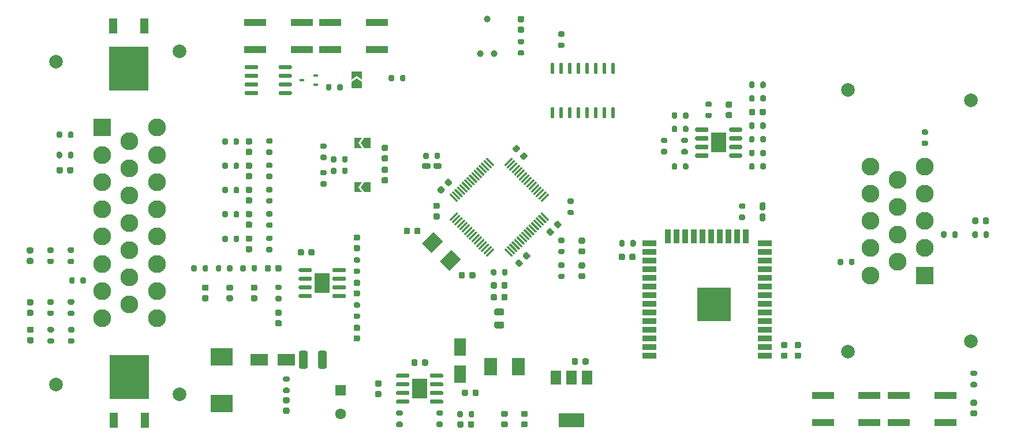
<source format=gts>
G04 #@! TF.GenerationSoftware,KiCad,Pcbnew,5.1.10-1.fc34*
G04 #@! TF.CreationDate,2021-07-05T17:18:35-07:00*
G04 #@! TF.ProjectId,prius_gen2,70726975-735f-4676-956e-322e6b696361,rev?*
G04 #@! TF.SameCoordinates,Original*
G04 #@! TF.FileFunction,Soldermask,Top*
G04 #@! TF.FilePolarity,Negative*
%FSLAX46Y46*%
G04 Gerber Fmt 4.6, Leading zero omitted, Abs format (unit mm)*
G04 Created by KiCad (PCBNEW 5.1.10-1.fc34) date 2021-07-05 17:18:35*
%MOMM*%
%LPD*%
G01*
G04 APERTURE LIST*
%ADD10R,1.900000X2.500000*%
%ADD11R,5.800000X6.400000*%
%ADD12R,1.200000X2.200000*%
%ADD13C,0.100000*%
%ADD14R,1.500000X2.000000*%
%ADD15R,3.800000X2.000000*%
%ADD16R,2.290000X3.000000*%
%ADD17C,2.000000*%
%ADD18C,2.625000*%
%ADD19R,2.625000X2.625000*%
%ADD20R,2.000000X0.900000*%
%ADD21R,0.900000X2.000000*%
%ADD22R,5.000000X5.000000*%
%ADD23R,3.200000X1.000000*%
%ADD24C,0.990600*%
%ADD25R,1.800000X2.500000*%
%ADD26R,2.500000X1.800000*%
%ADD27R,3.300000X2.500000*%
%ADD28R,0.700000X0.450000*%
%ADD29C,1.600000*%
%ADD30R,1.600000X1.600000*%
G04 APERTURE END LIST*
D10*
X141400000Y-118300000D03*
X137300000Y-118300000D03*
G36*
G01*
X126105000Y-98598000D02*
X126105000Y-98098000D01*
G75*
G02*
X126330000Y-97873000I225000J0D01*
G01*
X126780000Y-97873000D01*
G75*
G02*
X127005000Y-98098000I0J-225000D01*
G01*
X127005000Y-98598000D01*
G75*
G02*
X126780000Y-98823000I-225000J0D01*
G01*
X126330000Y-98823000D01*
G75*
G02*
X126105000Y-98598000I0J225000D01*
G01*
G37*
G36*
G01*
X124555000Y-98598000D02*
X124555000Y-98098000D01*
G75*
G02*
X124780000Y-97873000I225000J0D01*
G01*
X125230000Y-97873000D01*
G75*
G02*
X125455000Y-98098000I0J-225000D01*
G01*
X125455000Y-98598000D01*
G75*
G02*
X125230000Y-98823000I-225000J0D01*
G01*
X124780000Y-98823000D01*
G75*
G02*
X124555000Y-98598000I0J225000D01*
G01*
G37*
D11*
X84329000Y-119824500D03*
D12*
X86609000Y-126124500D03*
X82049000Y-126124500D03*
D11*
X84201000Y-74490000D03*
D12*
X81921000Y-68190000D03*
X86481000Y-68190000D03*
D13*
G36*
X129807513Y-102797569D02*
G01*
X131504569Y-101100513D01*
X132918783Y-102514727D01*
X131221727Y-104211783D01*
X129807513Y-102797569D01*
G37*
G36*
X127191217Y-100181273D02*
G01*
X128888273Y-98484217D01*
X130302487Y-99898431D01*
X128605431Y-101595487D01*
X127191217Y-100181273D01*
G37*
D14*
X151468000Y-119877500D03*
X146868000Y-119877500D03*
X149168000Y-119877500D03*
D15*
X149168000Y-126177500D03*
D16*
X126888500Y-121495500D03*
G36*
G01*
X128388500Y-119740500D02*
X128388500Y-119440500D01*
G75*
G02*
X128538500Y-119290500I150000J0D01*
G01*
X130188500Y-119290500D01*
G75*
G02*
X130338500Y-119440500I0J-150000D01*
G01*
X130338500Y-119740500D01*
G75*
G02*
X130188500Y-119890500I-150000J0D01*
G01*
X128538500Y-119890500D01*
G75*
G02*
X128388500Y-119740500I0J150000D01*
G01*
G37*
G36*
G01*
X128388500Y-121010500D02*
X128388500Y-120710500D01*
G75*
G02*
X128538500Y-120560500I150000J0D01*
G01*
X130188500Y-120560500D01*
G75*
G02*
X130338500Y-120710500I0J-150000D01*
G01*
X130338500Y-121010500D01*
G75*
G02*
X130188500Y-121160500I-150000J0D01*
G01*
X128538500Y-121160500D01*
G75*
G02*
X128388500Y-121010500I0J150000D01*
G01*
G37*
G36*
G01*
X128388500Y-122280500D02*
X128388500Y-121980500D01*
G75*
G02*
X128538500Y-121830500I150000J0D01*
G01*
X130188500Y-121830500D01*
G75*
G02*
X130338500Y-121980500I0J-150000D01*
G01*
X130338500Y-122280500D01*
G75*
G02*
X130188500Y-122430500I-150000J0D01*
G01*
X128538500Y-122430500D01*
G75*
G02*
X128388500Y-122280500I0J150000D01*
G01*
G37*
G36*
G01*
X128388500Y-123550500D02*
X128388500Y-123250500D01*
G75*
G02*
X128538500Y-123100500I150000J0D01*
G01*
X130188500Y-123100500D01*
G75*
G02*
X130338500Y-123250500I0J-150000D01*
G01*
X130338500Y-123550500D01*
G75*
G02*
X130188500Y-123700500I-150000J0D01*
G01*
X128538500Y-123700500D01*
G75*
G02*
X128388500Y-123550500I0J150000D01*
G01*
G37*
G36*
G01*
X123438500Y-123550500D02*
X123438500Y-123250500D01*
G75*
G02*
X123588500Y-123100500I150000J0D01*
G01*
X125238500Y-123100500D01*
G75*
G02*
X125388500Y-123250500I0J-150000D01*
G01*
X125388500Y-123550500D01*
G75*
G02*
X125238500Y-123700500I-150000J0D01*
G01*
X123588500Y-123700500D01*
G75*
G02*
X123438500Y-123550500I0J150000D01*
G01*
G37*
G36*
G01*
X123438500Y-122280500D02*
X123438500Y-121980500D01*
G75*
G02*
X123588500Y-121830500I150000J0D01*
G01*
X125238500Y-121830500D01*
G75*
G02*
X125388500Y-121980500I0J-150000D01*
G01*
X125388500Y-122280500D01*
G75*
G02*
X125238500Y-122430500I-150000J0D01*
G01*
X123588500Y-122430500D01*
G75*
G02*
X123438500Y-122280500I0J150000D01*
G01*
G37*
G36*
G01*
X123438500Y-121010500D02*
X123438500Y-120710500D01*
G75*
G02*
X123588500Y-120560500I150000J0D01*
G01*
X125238500Y-120560500D01*
G75*
G02*
X125388500Y-120710500I0J-150000D01*
G01*
X125388500Y-121010500D01*
G75*
G02*
X125238500Y-121160500I-150000J0D01*
G01*
X123588500Y-121160500D01*
G75*
G02*
X123438500Y-121010500I0J150000D01*
G01*
G37*
G36*
G01*
X123438500Y-119740500D02*
X123438500Y-119440500D01*
G75*
G02*
X123588500Y-119290500I150000J0D01*
G01*
X125238500Y-119290500D01*
G75*
G02*
X125388500Y-119440500I0J-150000D01*
G01*
X125388500Y-119740500D01*
G75*
G02*
X125238500Y-119890500I-150000J0D01*
G01*
X123588500Y-119890500D01*
G75*
G02*
X123438500Y-119740500I0J150000D01*
G01*
G37*
X112585500Y-105981500D03*
G36*
G01*
X111085500Y-107736500D02*
X111085500Y-108036500D01*
G75*
G02*
X110935500Y-108186500I-150000J0D01*
G01*
X109285500Y-108186500D01*
G75*
G02*
X109135500Y-108036500I0J150000D01*
G01*
X109135500Y-107736500D01*
G75*
G02*
X109285500Y-107586500I150000J0D01*
G01*
X110935500Y-107586500D01*
G75*
G02*
X111085500Y-107736500I0J-150000D01*
G01*
G37*
G36*
G01*
X111085500Y-106466500D02*
X111085500Y-106766500D01*
G75*
G02*
X110935500Y-106916500I-150000J0D01*
G01*
X109285500Y-106916500D01*
G75*
G02*
X109135500Y-106766500I0J150000D01*
G01*
X109135500Y-106466500D01*
G75*
G02*
X109285500Y-106316500I150000J0D01*
G01*
X110935500Y-106316500D01*
G75*
G02*
X111085500Y-106466500I0J-150000D01*
G01*
G37*
G36*
G01*
X111085500Y-105196500D02*
X111085500Y-105496500D01*
G75*
G02*
X110935500Y-105646500I-150000J0D01*
G01*
X109285500Y-105646500D01*
G75*
G02*
X109135500Y-105496500I0J150000D01*
G01*
X109135500Y-105196500D01*
G75*
G02*
X109285500Y-105046500I150000J0D01*
G01*
X110935500Y-105046500D01*
G75*
G02*
X111085500Y-105196500I0J-150000D01*
G01*
G37*
G36*
G01*
X111085500Y-103926500D02*
X111085500Y-104226500D01*
G75*
G02*
X110935500Y-104376500I-150000J0D01*
G01*
X109285500Y-104376500D01*
G75*
G02*
X109135500Y-104226500I0J150000D01*
G01*
X109135500Y-103926500D01*
G75*
G02*
X109285500Y-103776500I150000J0D01*
G01*
X110935500Y-103776500D01*
G75*
G02*
X111085500Y-103926500I0J-150000D01*
G01*
G37*
G36*
G01*
X116035500Y-103926500D02*
X116035500Y-104226500D01*
G75*
G02*
X115885500Y-104376500I-150000J0D01*
G01*
X114235500Y-104376500D01*
G75*
G02*
X114085500Y-104226500I0J150000D01*
G01*
X114085500Y-103926500D01*
G75*
G02*
X114235500Y-103776500I150000J0D01*
G01*
X115885500Y-103776500D01*
G75*
G02*
X116035500Y-103926500I0J-150000D01*
G01*
G37*
G36*
G01*
X116035500Y-105196500D02*
X116035500Y-105496500D01*
G75*
G02*
X115885500Y-105646500I-150000J0D01*
G01*
X114235500Y-105646500D01*
G75*
G02*
X114085500Y-105496500I0J150000D01*
G01*
X114085500Y-105196500D01*
G75*
G02*
X114235500Y-105046500I150000J0D01*
G01*
X115885500Y-105046500D01*
G75*
G02*
X116035500Y-105196500I0J-150000D01*
G01*
G37*
G36*
G01*
X116035500Y-106466500D02*
X116035500Y-106766500D01*
G75*
G02*
X115885500Y-106916500I-150000J0D01*
G01*
X114235500Y-106916500D01*
G75*
G02*
X114085500Y-106766500I0J150000D01*
G01*
X114085500Y-106466500D01*
G75*
G02*
X114235500Y-106316500I150000J0D01*
G01*
X115885500Y-106316500D01*
G75*
G02*
X116035500Y-106466500I0J-150000D01*
G01*
G37*
G36*
G01*
X116035500Y-107736500D02*
X116035500Y-108036500D01*
G75*
G02*
X115885500Y-108186500I-150000J0D01*
G01*
X114235500Y-108186500D01*
G75*
G02*
X114085500Y-108036500I0J150000D01*
G01*
X114085500Y-107736500D01*
G75*
G02*
X114235500Y-107586500I150000J0D01*
G01*
X115885500Y-107586500D01*
G75*
G02*
X116035500Y-107736500I0J-150000D01*
G01*
G37*
G36*
G01*
X146505000Y-75274000D02*
X146230000Y-75274000D01*
G75*
G02*
X146092500Y-75136500I0J137500D01*
G01*
X146092500Y-73811500D01*
G75*
G02*
X146230000Y-73674000I137500J0D01*
G01*
X146505000Y-73674000D01*
G75*
G02*
X146642500Y-73811500I0J-137500D01*
G01*
X146642500Y-75136500D01*
G75*
G02*
X146505000Y-75274000I-137500J0D01*
G01*
G37*
G36*
G01*
X147775000Y-75274000D02*
X147500000Y-75274000D01*
G75*
G02*
X147362500Y-75136500I0J137500D01*
G01*
X147362500Y-73811500D01*
G75*
G02*
X147500000Y-73674000I137500J0D01*
G01*
X147775000Y-73674000D01*
G75*
G02*
X147912500Y-73811500I0J-137500D01*
G01*
X147912500Y-75136500D01*
G75*
G02*
X147775000Y-75274000I-137500J0D01*
G01*
G37*
G36*
G01*
X149045000Y-75274000D02*
X148770000Y-75274000D01*
G75*
G02*
X148632500Y-75136500I0J137500D01*
G01*
X148632500Y-73811500D01*
G75*
G02*
X148770000Y-73674000I137500J0D01*
G01*
X149045000Y-73674000D01*
G75*
G02*
X149182500Y-73811500I0J-137500D01*
G01*
X149182500Y-75136500D01*
G75*
G02*
X149045000Y-75274000I-137500J0D01*
G01*
G37*
G36*
G01*
X150315000Y-75274000D02*
X150040000Y-75274000D01*
G75*
G02*
X149902500Y-75136500I0J137500D01*
G01*
X149902500Y-73811500D01*
G75*
G02*
X150040000Y-73674000I137500J0D01*
G01*
X150315000Y-73674000D01*
G75*
G02*
X150452500Y-73811500I0J-137500D01*
G01*
X150452500Y-75136500D01*
G75*
G02*
X150315000Y-75274000I-137500J0D01*
G01*
G37*
G36*
G01*
X151585000Y-75274000D02*
X151310000Y-75274000D01*
G75*
G02*
X151172500Y-75136500I0J137500D01*
G01*
X151172500Y-73811500D01*
G75*
G02*
X151310000Y-73674000I137500J0D01*
G01*
X151585000Y-73674000D01*
G75*
G02*
X151722500Y-73811500I0J-137500D01*
G01*
X151722500Y-75136500D01*
G75*
G02*
X151585000Y-75274000I-137500J0D01*
G01*
G37*
G36*
G01*
X152855000Y-75274000D02*
X152580000Y-75274000D01*
G75*
G02*
X152442500Y-75136500I0J137500D01*
G01*
X152442500Y-73811500D01*
G75*
G02*
X152580000Y-73674000I137500J0D01*
G01*
X152855000Y-73674000D01*
G75*
G02*
X152992500Y-73811500I0J-137500D01*
G01*
X152992500Y-75136500D01*
G75*
G02*
X152855000Y-75274000I-137500J0D01*
G01*
G37*
G36*
G01*
X154125000Y-75274000D02*
X153850000Y-75274000D01*
G75*
G02*
X153712500Y-75136500I0J137500D01*
G01*
X153712500Y-73811500D01*
G75*
G02*
X153850000Y-73674000I137500J0D01*
G01*
X154125000Y-73674000D01*
G75*
G02*
X154262500Y-73811500I0J-137500D01*
G01*
X154262500Y-75136500D01*
G75*
G02*
X154125000Y-75274000I-137500J0D01*
G01*
G37*
G36*
G01*
X155395000Y-75274000D02*
X155120000Y-75274000D01*
G75*
G02*
X154982500Y-75136500I0J137500D01*
G01*
X154982500Y-73811500D01*
G75*
G02*
X155120000Y-73674000I137500J0D01*
G01*
X155395000Y-73674000D01*
G75*
G02*
X155532500Y-73811500I0J-137500D01*
G01*
X155532500Y-75136500D01*
G75*
G02*
X155395000Y-75274000I-137500J0D01*
G01*
G37*
G36*
G01*
X155395000Y-81774000D02*
X155120000Y-81774000D01*
G75*
G02*
X154982500Y-81636500I0J137500D01*
G01*
X154982500Y-80311500D01*
G75*
G02*
X155120000Y-80174000I137500J0D01*
G01*
X155395000Y-80174000D01*
G75*
G02*
X155532500Y-80311500I0J-137500D01*
G01*
X155532500Y-81636500D01*
G75*
G02*
X155395000Y-81774000I-137500J0D01*
G01*
G37*
G36*
G01*
X154125000Y-81774000D02*
X153850000Y-81774000D01*
G75*
G02*
X153712500Y-81636500I0J137500D01*
G01*
X153712500Y-80311500D01*
G75*
G02*
X153850000Y-80174000I137500J0D01*
G01*
X154125000Y-80174000D01*
G75*
G02*
X154262500Y-80311500I0J-137500D01*
G01*
X154262500Y-81636500D01*
G75*
G02*
X154125000Y-81774000I-137500J0D01*
G01*
G37*
G36*
G01*
X152855000Y-81774000D02*
X152580000Y-81774000D01*
G75*
G02*
X152442500Y-81636500I0J137500D01*
G01*
X152442500Y-80311500D01*
G75*
G02*
X152580000Y-80174000I137500J0D01*
G01*
X152855000Y-80174000D01*
G75*
G02*
X152992500Y-80311500I0J-137500D01*
G01*
X152992500Y-81636500D01*
G75*
G02*
X152855000Y-81774000I-137500J0D01*
G01*
G37*
G36*
G01*
X151585000Y-81774000D02*
X151310000Y-81774000D01*
G75*
G02*
X151172500Y-81636500I0J137500D01*
G01*
X151172500Y-80311500D01*
G75*
G02*
X151310000Y-80174000I137500J0D01*
G01*
X151585000Y-80174000D01*
G75*
G02*
X151722500Y-80311500I0J-137500D01*
G01*
X151722500Y-81636500D01*
G75*
G02*
X151585000Y-81774000I-137500J0D01*
G01*
G37*
G36*
G01*
X150315000Y-81774000D02*
X150040000Y-81774000D01*
G75*
G02*
X149902500Y-81636500I0J137500D01*
G01*
X149902500Y-80311500D01*
G75*
G02*
X150040000Y-80174000I137500J0D01*
G01*
X150315000Y-80174000D01*
G75*
G02*
X150452500Y-80311500I0J-137500D01*
G01*
X150452500Y-81636500D01*
G75*
G02*
X150315000Y-81774000I-137500J0D01*
G01*
G37*
G36*
G01*
X149045000Y-81774000D02*
X148770000Y-81774000D01*
G75*
G02*
X148632500Y-81636500I0J137500D01*
G01*
X148632500Y-80311500D01*
G75*
G02*
X148770000Y-80174000I137500J0D01*
G01*
X149045000Y-80174000D01*
G75*
G02*
X149182500Y-80311500I0J-137500D01*
G01*
X149182500Y-81636500D01*
G75*
G02*
X149045000Y-81774000I-137500J0D01*
G01*
G37*
G36*
G01*
X147775000Y-81774000D02*
X147500000Y-81774000D01*
G75*
G02*
X147362500Y-81636500I0J137500D01*
G01*
X147362500Y-80311500D01*
G75*
G02*
X147500000Y-80174000I137500J0D01*
G01*
X147775000Y-80174000D01*
G75*
G02*
X147912500Y-80311500I0J-137500D01*
G01*
X147912500Y-81636500D01*
G75*
G02*
X147775000Y-81774000I-137500J0D01*
G01*
G37*
G36*
G01*
X146505000Y-81774000D02*
X146230000Y-81774000D01*
G75*
G02*
X146092500Y-81636500I0J137500D01*
G01*
X146092500Y-80311500D01*
G75*
G02*
X146230000Y-80174000I137500J0D01*
G01*
X146505000Y-80174000D01*
G75*
G02*
X146642500Y-80311500I0J-137500D01*
G01*
X146642500Y-81636500D01*
G75*
G02*
X146505000Y-81774000I-137500J0D01*
G01*
G37*
X170749500Y-85372500D03*
G36*
G01*
X169249500Y-87127500D02*
X169249500Y-87427500D01*
G75*
G02*
X169099500Y-87577500I-150000J0D01*
G01*
X167449500Y-87577500D01*
G75*
G02*
X167299500Y-87427500I0J150000D01*
G01*
X167299500Y-87127500D01*
G75*
G02*
X167449500Y-86977500I150000J0D01*
G01*
X169099500Y-86977500D01*
G75*
G02*
X169249500Y-87127500I0J-150000D01*
G01*
G37*
G36*
G01*
X169249500Y-85857500D02*
X169249500Y-86157500D01*
G75*
G02*
X169099500Y-86307500I-150000J0D01*
G01*
X167449500Y-86307500D01*
G75*
G02*
X167299500Y-86157500I0J150000D01*
G01*
X167299500Y-85857500D01*
G75*
G02*
X167449500Y-85707500I150000J0D01*
G01*
X169099500Y-85707500D01*
G75*
G02*
X169249500Y-85857500I0J-150000D01*
G01*
G37*
G36*
G01*
X169249500Y-84587500D02*
X169249500Y-84887500D01*
G75*
G02*
X169099500Y-85037500I-150000J0D01*
G01*
X167449500Y-85037500D01*
G75*
G02*
X167299500Y-84887500I0J150000D01*
G01*
X167299500Y-84587500D01*
G75*
G02*
X167449500Y-84437500I150000J0D01*
G01*
X169099500Y-84437500D01*
G75*
G02*
X169249500Y-84587500I0J-150000D01*
G01*
G37*
G36*
G01*
X169249500Y-83317500D02*
X169249500Y-83617500D01*
G75*
G02*
X169099500Y-83767500I-150000J0D01*
G01*
X167449500Y-83767500D01*
G75*
G02*
X167299500Y-83617500I0J150000D01*
G01*
X167299500Y-83317500D01*
G75*
G02*
X167449500Y-83167500I150000J0D01*
G01*
X169099500Y-83167500D01*
G75*
G02*
X169249500Y-83317500I0J-150000D01*
G01*
G37*
G36*
G01*
X174199500Y-83317500D02*
X174199500Y-83617500D01*
G75*
G02*
X174049500Y-83767500I-150000J0D01*
G01*
X172399500Y-83767500D01*
G75*
G02*
X172249500Y-83617500I0J150000D01*
G01*
X172249500Y-83317500D01*
G75*
G02*
X172399500Y-83167500I150000J0D01*
G01*
X174049500Y-83167500D01*
G75*
G02*
X174199500Y-83317500I0J-150000D01*
G01*
G37*
G36*
G01*
X174199500Y-84587500D02*
X174199500Y-84887500D01*
G75*
G02*
X174049500Y-85037500I-150000J0D01*
G01*
X172399500Y-85037500D01*
G75*
G02*
X172249500Y-84887500I0J150000D01*
G01*
X172249500Y-84587500D01*
G75*
G02*
X172399500Y-84437500I150000J0D01*
G01*
X174049500Y-84437500D01*
G75*
G02*
X174199500Y-84587500I0J-150000D01*
G01*
G37*
G36*
G01*
X174199500Y-85857500D02*
X174199500Y-86157500D01*
G75*
G02*
X174049500Y-86307500I-150000J0D01*
G01*
X172399500Y-86307500D01*
G75*
G02*
X172249500Y-86157500I0J150000D01*
G01*
X172249500Y-85857500D01*
G75*
G02*
X172399500Y-85707500I150000J0D01*
G01*
X174049500Y-85707500D01*
G75*
G02*
X174199500Y-85857500I0J-150000D01*
G01*
G37*
G36*
G01*
X174199500Y-87127500D02*
X174199500Y-87427500D01*
G75*
G02*
X174049500Y-87577500I-150000J0D01*
G01*
X172399500Y-87577500D01*
G75*
G02*
X172249500Y-87427500I0J150000D01*
G01*
X172249500Y-87127500D01*
G75*
G02*
X172399500Y-86977500I150000J0D01*
G01*
X174049500Y-86977500D01*
G75*
G02*
X174199500Y-87127500I0J-150000D01*
G01*
G37*
G36*
G01*
X176964000Y-95722000D02*
X177389000Y-95722000D01*
G75*
G02*
X177601500Y-95934500I0J-212500D01*
G01*
X177601500Y-96734500D01*
G75*
G02*
X177389000Y-96947000I-212500J0D01*
G01*
X176964000Y-96947000D01*
G75*
G02*
X176751500Y-96734500I0J212500D01*
G01*
X176751500Y-95934500D01*
G75*
G02*
X176964000Y-95722000I212500J0D01*
G01*
G37*
G36*
G01*
X176964000Y-94097000D02*
X177389000Y-94097000D01*
G75*
G02*
X177601500Y-94309500I0J-212500D01*
G01*
X177601500Y-95109500D01*
G75*
G02*
X177389000Y-95322000I-212500J0D01*
G01*
X176964000Y-95322000D01*
G75*
G02*
X176751500Y-95109500I0J212500D01*
G01*
X176751500Y-94309500D01*
G75*
G02*
X176964000Y-94097000I212500J0D01*
G01*
G37*
G36*
G01*
X128871000Y-89013000D02*
X128871000Y-88588000D01*
G75*
G02*
X129083500Y-88375500I212500J0D01*
G01*
X129883500Y-88375500D01*
G75*
G02*
X130096000Y-88588000I0J-212500D01*
G01*
X130096000Y-89013000D01*
G75*
G02*
X129883500Y-89225500I-212500J0D01*
G01*
X129083500Y-89225500D01*
G75*
G02*
X128871000Y-89013000I0J212500D01*
G01*
G37*
G36*
G01*
X127246000Y-89013000D02*
X127246000Y-88588000D01*
G75*
G02*
X127458500Y-88375500I212500J0D01*
G01*
X128258500Y-88375500D01*
G75*
G02*
X128471000Y-88588000I0J-212500D01*
G01*
X128471000Y-89013000D01*
G75*
G02*
X128258500Y-89225500I-212500J0D01*
G01*
X127458500Y-89225500D01*
G75*
G02*
X127246000Y-89013000I0J212500D01*
G01*
G37*
D17*
X189678000Y-77648500D03*
X189678000Y-116048500D03*
X207778000Y-79148500D03*
X207778000Y-114548500D03*
D18*
X192978000Y-88848500D03*
X192978000Y-92848500D03*
X192978000Y-96848500D03*
X192978000Y-100848500D03*
X192978000Y-104848500D03*
X196978000Y-90848500D03*
X196978000Y-94848500D03*
X196978000Y-98848500D03*
X196978000Y-102848500D03*
X200978000Y-88848500D03*
X200978000Y-92848500D03*
X200978000Y-96848500D03*
X200978000Y-100848500D03*
D19*
X200978000Y-104848500D03*
D17*
X91628000Y-122355000D03*
X91628000Y-71955000D03*
X73528000Y-120855000D03*
X73528000Y-73455000D03*
D18*
X88328000Y-111155000D03*
X88328000Y-107155000D03*
X88328000Y-103155000D03*
X88328000Y-99155000D03*
X88328000Y-95155000D03*
X88328000Y-91155000D03*
X88328000Y-87155000D03*
X88328000Y-83155000D03*
X84328000Y-109155000D03*
X84328000Y-105155000D03*
X84328000Y-101155000D03*
X84328000Y-97155000D03*
X84328000Y-93155000D03*
X84328000Y-89155000D03*
X84328000Y-85155000D03*
X80328000Y-111155000D03*
X80328000Y-107155000D03*
X80328000Y-103155000D03*
X80328000Y-99155000D03*
X80328000Y-95155000D03*
X80328000Y-91155000D03*
X80328000Y-87155000D03*
D19*
X80328000Y-83155000D03*
D20*
X160541500Y-116644000D03*
X160541500Y-115374000D03*
X160541500Y-114104000D03*
X160541500Y-112834000D03*
X160541500Y-111564000D03*
X160541500Y-110294000D03*
X160541500Y-109024000D03*
X160541500Y-107754000D03*
X160541500Y-106484000D03*
X160541500Y-105214000D03*
X160541500Y-103944000D03*
X160541500Y-102674000D03*
X160541500Y-101404000D03*
X160541500Y-100134000D03*
D21*
X163326500Y-99134000D03*
X164596500Y-99134000D03*
X165866500Y-99134000D03*
X167136500Y-99134000D03*
X168406500Y-99134000D03*
X169676500Y-99134000D03*
X170946500Y-99134000D03*
X172216500Y-99134000D03*
X173486500Y-99134000D03*
X174756500Y-99134000D03*
D20*
X177541500Y-100134000D03*
X177541500Y-101404000D03*
X177541500Y-102674000D03*
X177541500Y-103944000D03*
X177541500Y-105214000D03*
X177541500Y-106484000D03*
X177541500Y-107754000D03*
X177541500Y-109024000D03*
X177541500Y-110294000D03*
X177541500Y-111564000D03*
X177541500Y-112834000D03*
X177541500Y-114104000D03*
X177541500Y-115374000D03*
X177541500Y-116644000D03*
D22*
X170041500Y-109144000D03*
G36*
G01*
X106185000Y-74425000D02*
X106185000Y-74125000D01*
G75*
G02*
X106335000Y-73975000I150000J0D01*
G01*
X107985000Y-73975000D01*
G75*
G02*
X108135000Y-74125000I0J-150000D01*
G01*
X108135000Y-74425000D01*
G75*
G02*
X107985000Y-74575000I-150000J0D01*
G01*
X106335000Y-74575000D01*
G75*
G02*
X106185000Y-74425000I0J150000D01*
G01*
G37*
G36*
G01*
X106185000Y-75695000D02*
X106185000Y-75395000D01*
G75*
G02*
X106335000Y-75245000I150000J0D01*
G01*
X107985000Y-75245000D01*
G75*
G02*
X108135000Y-75395000I0J-150000D01*
G01*
X108135000Y-75695000D01*
G75*
G02*
X107985000Y-75845000I-150000J0D01*
G01*
X106335000Y-75845000D01*
G75*
G02*
X106185000Y-75695000I0J150000D01*
G01*
G37*
G36*
G01*
X106185000Y-76965000D02*
X106185000Y-76665000D01*
G75*
G02*
X106335000Y-76515000I150000J0D01*
G01*
X107985000Y-76515000D01*
G75*
G02*
X108135000Y-76665000I0J-150000D01*
G01*
X108135000Y-76965000D01*
G75*
G02*
X107985000Y-77115000I-150000J0D01*
G01*
X106335000Y-77115000D01*
G75*
G02*
X106185000Y-76965000I0J150000D01*
G01*
G37*
G36*
G01*
X106185000Y-78235000D02*
X106185000Y-77935000D01*
G75*
G02*
X106335000Y-77785000I150000J0D01*
G01*
X107985000Y-77785000D01*
G75*
G02*
X108135000Y-77935000I0J-150000D01*
G01*
X108135000Y-78235000D01*
G75*
G02*
X107985000Y-78385000I-150000J0D01*
G01*
X106335000Y-78385000D01*
G75*
G02*
X106185000Y-78235000I0J150000D01*
G01*
G37*
G36*
G01*
X101235000Y-78235000D02*
X101235000Y-77935000D01*
G75*
G02*
X101385000Y-77785000I150000J0D01*
G01*
X103035000Y-77785000D01*
G75*
G02*
X103185000Y-77935000I0J-150000D01*
G01*
X103185000Y-78235000D01*
G75*
G02*
X103035000Y-78385000I-150000J0D01*
G01*
X101385000Y-78385000D01*
G75*
G02*
X101235000Y-78235000I0J150000D01*
G01*
G37*
G36*
G01*
X101235000Y-76965000D02*
X101235000Y-76665000D01*
G75*
G02*
X101385000Y-76515000I150000J0D01*
G01*
X103035000Y-76515000D01*
G75*
G02*
X103185000Y-76665000I0J-150000D01*
G01*
X103185000Y-76965000D01*
G75*
G02*
X103035000Y-77115000I-150000J0D01*
G01*
X101385000Y-77115000D01*
G75*
G02*
X101235000Y-76965000I0J150000D01*
G01*
G37*
G36*
G01*
X101235000Y-75695000D02*
X101235000Y-75395000D01*
G75*
G02*
X101385000Y-75245000I150000J0D01*
G01*
X103035000Y-75245000D01*
G75*
G02*
X103185000Y-75395000I0J-150000D01*
G01*
X103185000Y-75695000D01*
G75*
G02*
X103035000Y-75845000I-150000J0D01*
G01*
X101385000Y-75845000D01*
G75*
G02*
X101235000Y-75695000I0J150000D01*
G01*
G37*
G36*
G01*
X101235000Y-74425000D02*
X101235000Y-74125000D01*
G75*
G02*
X101385000Y-73975000I150000J0D01*
G01*
X103035000Y-73975000D01*
G75*
G02*
X103185000Y-74125000I0J-150000D01*
G01*
X103185000Y-74425000D01*
G75*
G02*
X103035000Y-74575000I-150000J0D01*
G01*
X101385000Y-74575000D01*
G75*
G02*
X101235000Y-74425000I0J150000D01*
G01*
G37*
G36*
G01*
X131395544Y-96810222D02*
X131289478Y-96704156D01*
G75*
G02*
X131289478Y-96598090I53033J53033D01*
G01*
X132279428Y-95608140D01*
G75*
G02*
X132385494Y-95608140I53033J-53033D01*
G01*
X132491560Y-95714206D01*
G75*
G02*
X132491560Y-95820272I-53033J-53033D01*
G01*
X131501610Y-96810222D01*
G75*
G02*
X131395544Y-96810222I-53033J53033D01*
G01*
G37*
G36*
G01*
X131749097Y-97163775D02*
X131643031Y-97057709D01*
G75*
G02*
X131643031Y-96951643I53033J53033D01*
G01*
X132632981Y-95961693D01*
G75*
G02*
X132739047Y-95961693I53033J-53033D01*
G01*
X132845113Y-96067759D01*
G75*
G02*
X132845113Y-96173825I-53033J-53033D01*
G01*
X131855163Y-97163775D01*
G75*
G02*
X131749097Y-97163775I-53033J53033D01*
G01*
G37*
G36*
G01*
X132102650Y-97517328D02*
X131996584Y-97411262D01*
G75*
G02*
X131996584Y-97305196I53033J53033D01*
G01*
X132986534Y-96315246D01*
G75*
G02*
X133092600Y-96315246I53033J-53033D01*
G01*
X133198666Y-96421312D01*
G75*
G02*
X133198666Y-96527378I-53033J-53033D01*
G01*
X132208716Y-97517328D01*
G75*
G02*
X132102650Y-97517328I-53033J53033D01*
G01*
G37*
G36*
G01*
X132456204Y-97870882D02*
X132350138Y-97764816D01*
G75*
G02*
X132350138Y-97658750I53033J53033D01*
G01*
X133340088Y-96668800D01*
G75*
G02*
X133446154Y-96668800I53033J-53033D01*
G01*
X133552220Y-96774866D01*
G75*
G02*
X133552220Y-96880932I-53033J-53033D01*
G01*
X132562270Y-97870882D01*
G75*
G02*
X132456204Y-97870882I-53033J53033D01*
G01*
G37*
G36*
G01*
X132809757Y-98224435D02*
X132703691Y-98118369D01*
G75*
G02*
X132703691Y-98012303I53033J53033D01*
G01*
X133693641Y-97022353D01*
G75*
G02*
X133799707Y-97022353I53033J-53033D01*
G01*
X133905773Y-97128419D01*
G75*
G02*
X133905773Y-97234485I-53033J-53033D01*
G01*
X132915823Y-98224435D01*
G75*
G02*
X132809757Y-98224435I-53033J53033D01*
G01*
G37*
G36*
G01*
X133163311Y-98577989D02*
X133057245Y-98471923D01*
G75*
G02*
X133057245Y-98365857I53033J53033D01*
G01*
X134047195Y-97375907D01*
G75*
G02*
X134153261Y-97375907I53033J-53033D01*
G01*
X134259327Y-97481973D01*
G75*
G02*
X134259327Y-97588039I-53033J-53033D01*
G01*
X133269377Y-98577989D01*
G75*
G02*
X133163311Y-98577989I-53033J53033D01*
G01*
G37*
G36*
G01*
X133516864Y-98931542D02*
X133410798Y-98825476D01*
G75*
G02*
X133410798Y-98719410I53033J53033D01*
G01*
X134400748Y-97729460D01*
G75*
G02*
X134506814Y-97729460I53033J-53033D01*
G01*
X134612880Y-97835526D01*
G75*
G02*
X134612880Y-97941592I-53033J-53033D01*
G01*
X133622930Y-98931542D01*
G75*
G02*
X133516864Y-98931542I-53033J53033D01*
G01*
G37*
G36*
G01*
X133870417Y-99285095D02*
X133764351Y-99179029D01*
G75*
G02*
X133764351Y-99072963I53033J53033D01*
G01*
X134754301Y-98083013D01*
G75*
G02*
X134860367Y-98083013I53033J-53033D01*
G01*
X134966433Y-98189079D01*
G75*
G02*
X134966433Y-98295145I-53033J-53033D01*
G01*
X133976483Y-99285095D01*
G75*
G02*
X133870417Y-99285095I-53033J53033D01*
G01*
G37*
G36*
G01*
X134223971Y-99638649D02*
X134117905Y-99532583D01*
G75*
G02*
X134117905Y-99426517I53033J53033D01*
G01*
X135107855Y-98436567D01*
G75*
G02*
X135213921Y-98436567I53033J-53033D01*
G01*
X135319987Y-98542633D01*
G75*
G02*
X135319987Y-98648699I-53033J-53033D01*
G01*
X134330037Y-99638649D01*
G75*
G02*
X134223971Y-99638649I-53033J53033D01*
G01*
G37*
G36*
G01*
X134577524Y-99992202D02*
X134471458Y-99886136D01*
G75*
G02*
X134471458Y-99780070I53033J53033D01*
G01*
X135461408Y-98790120D01*
G75*
G02*
X135567474Y-98790120I53033J-53033D01*
G01*
X135673540Y-98896186D01*
G75*
G02*
X135673540Y-99002252I-53033J-53033D01*
G01*
X134683590Y-99992202D01*
G75*
G02*
X134577524Y-99992202I-53033J53033D01*
G01*
G37*
G36*
G01*
X134931077Y-100345755D02*
X134825011Y-100239689D01*
G75*
G02*
X134825011Y-100133623I53033J53033D01*
G01*
X135814961Y-99143673D01*
G75*
G02*
X135921027Y-99143673I53033J-53033D01*
G01*
X136027093Y-99249739D01*
G75*
G02*
X136027093Y-99355805I-53033J-53033D01*
G01*
X135037143Y-100345755D01*
G75*
G02*
X134931077Y-100345755I-53033J53033D01*
G01*
G37*
G36*
G01*
X135284631Y-100699309D02*
X135178565Y-100593243D01*
G75*
G02*
X135178565Y-100487177I53033J53033D01*
G01*
X136168515Y-99497227D01*
G75*
G02*
X136274581Y-99497227I53033J-53033D01*
G01*
X136380647Y-99603293D01*
G75*
G02*
X136380647Y-99709359I-53033J-53033D01*
G01*
X135390697Y-100699309D01*
G75*
G02*
X135284631Y-100699309I-53033J53033D01*
G01*
G37*
G36*
G01*
X135638184Y-101052862D02*
X135532118Y-100946796D01*
G75*
G02*
X135532118Y-100840730I53033J53033D01*
G01*
X136522068Y-99850780D01*
G75*
G02*
X136628134Y-99850780I53033J-53033D01*
G01*
X136734200Y-99956846D01*
G75*
G02*
X136734200Y-100062912I-53033J-53033D01*
G01*
X135744250Y-101052862D01*
G75*
G02*
X135638184Y-101052862I-53033J53033D01*
G01*
G37*
G36*
G01*
X135991738Y-101406416D02*
X135885672Y-101300350D01*
G75*
G02*
X135885672Y-101194284I53033J53033D01*
G01*
X136875622Y-100204334D01*
G75*
G02*
X136981688Y-100204334I53033J-53033D01*
G01*
X137087754Y-100310400D01*
G75*
G02*
X137087754Y-100416466I-53033J-53033D01*
G01*
X136097804Y-101406416D01*
G75*
G02*
X135991738Y-101406416I-53033J53033D01*
G01*
G37*
G36*
G01*
X136345291Y-101759969D02*
X136239225Y-101653903D01*
G75*
G02*
X136239225Y-101547837I53033J53033D01*
G01*
X137229175Y-100557887D01*
G75*
G02*
X137335241Y-100557887I53033J-53033D01*
G01*
X137441307Y-100663953D01*
G75*
G02*
X137441307Y-100770019I-53033J-53033D01*
G01*
X136451357Y-101759969D01*
G75*
G02*
X136345291Y-101759969I-53033J53033D01*
G01*
G37*
G36*
G01*
X136698844Y-102113522D02*
X136592778Y-102007456D01*
G75*
G02*
X136592778Y-101901390I53033J53033D01*
G01*
X137582728Y-100911440D01*
G75*
G02*
X137688794Y-100911440I53033J-53033D01*
G01*
X137794860Y-101017506D01*
G75*
G02*
X137794860Y-101123572I-53033J-53033D01*
G01*
X136804910Y-102113522D01*
G75*
G02*
X136698844Y-102113522I-53033J53033D01*
G01*
G37*
G36*
G01*
X140305090Y-102113522D02*
X139315140Y-101123572D01*
G75*
G02*
X139315140Y-101017506I53033J53033D01*
G01*
X139421206Y-100911440D01*
G75*
G02*
X139527272Y-100911440I53033J-53033D01*
G01*
X140517222Y-101901390D01*
G75*
G02*
X140517222Y-102007456I-53033J-53033D01*
G01*
X140411156Y-102113522D01*
G75*
G02*
X140305090Y-102113522I-53033J53033D01*
G01*
G37*
G36*
G01*
X140658643Y-101759969D02*
X139668693Y-100770019D01*
G75*
G02*
X139668693Y-100663953I53033J53033D01*
G01*
X139774759Y-100557887D01*
G75*
G02*
X139880825Y-100557887I53033J-53033D01*
G01*
X140870775Y-101547837D01*
G75*
G02*
X140870775Y-101653903I-53033J-53033D01*
G01*
X140764709Y-101759969D01*
G75*
G02*
X140658643Y-101759969I-53033J53033D01*
G01*
G37*
G36*
G01*
X141012196Y-101406416D02*
X140022246Y-100416466D01*
G75*
G02*
X140022246Y-100310400I53033J53033D01*
G01*
X140128312Y-100204334D01*
G75*
G02*
X140234378Y-100204334I53033J-53033D01*
G01*
X141224328Y-101194284D01*
G75*
G02*
X141224328Y-101300350I-53033J-53033D01*
G01*
X141118262Y-101406416D01*
G75*
G02*
X141012196Y-101406416I-53033J53033D01*
G01*
G37*
G36*
G01*
X141365750Y-101052862D02*
X140375800Y-100062912D01*
G75*
G02*
X140375800Y-99956846I53033J53033D01*
G01*
X140481866Y-99850780D01*
G75*
G02*
X140587932Y-99850780I53033J-53033D01*
G01*
X141577882Y-100840730D01*
G75*
G02*
X141577882Y-100946796I-53033J-53033D01*
G01*
X141471816Y-101052862D01*
G75*
G02*
X141365750Y-101052862I-53033J53033D01*
G01*
G37*
G36*
G01*
X141719303Y-100699309D02*
X140729353Y-99709359D01*
G75*
G02*
X140729353Y-99603293I53033J53033D01*
G01*
X140835419Y-99497227D01*
G75*
G02*
X140941485Y-99497227I53033J-53033D01*
G01*
X141931435Y-100487177D01*
G75*
G02*
X141931435Y-100593243I-53033J-53033D01*
G01*
X141825369Y-100699309D01*
G75*
G02*
X141719303Y-100699309I-53033J53033D01*
G01*
G37*
G36*
G01*
X142072857Y-100345755D02*
X141082907Y-99355805D01*
G75*
G02*
X141082907Y-99249739I53033J53033D01*
G01*
X141188973Y-99143673D01*
G75*
G02*
X141295039Y-99143673I53033J-53033D01*
G01*
X142284989Y-100133623D01*
G75*
G02*
X142284989Y-100239689I-53033J-53033D01*
G01*
X142178923Y-100345755D01*
G75*
G02*
X142072857Y-100345755I-53033J53033D01*
G01*
G37*
G36*
G01*
X142426410Y-99992202D02*
X141436460Y-99002252D01*
G75*
G02*
X141436460Y-98896186I53033J53033D01*
G01*
X141542526Y-98790120D01*
G75*
G02*
X141648592Y-98790120I53033J-53033D01*
G01*
X142638542Y-99780070D01*
G75*
G02*
X142638542Y-99886136I-53033J-53033D01*
G01*
X142532476Y-99992202D01*
G75*
G02*
X142426410Y-99992202I-53033J53033D01*
G01*
G37*
G36*
G01*
X142779963Y-99638649D02*
X141790013Y-98648699D01*
G75*
G02*
X141790013Y-98542633I53033J53033D01*
G01*
X141896079Y-98436567D01*
G75*
G02*
X142002145Y-98436567I53033J-53033D01*
G01*
X142992095Y-99426517D01*
G75*
G02*
X142992095Y-99532583I-53033J-53033D01*
G01*
X142886029Y-99638649D01*
G75*
G02*
X142779963Y-99638649I-53033J53033D01*
G01*
G37*
G36*
G01*
X143133517Y-99285095D02*
X142143567Y-98295145D01*
G75*
G02*
X142143567Y-98189079I53033J53033D01*
G01*
X142249633Y-98083013D01*
G75*
G02*
X142355699Y-98083013I53033J-53033D01*
G01*
X143345649Y-99072963D01*
G75*
G02*
X143345649Y-99179029I-53033J-53033D01*
G01*
X143239583Y-99285095D01*
G75*
G02*
X143133517Y-99285095I-53033J53033D01*
G01*
G37*
G36*
G01*
X143487070Y-98931542D02*
X142497120Y-97941592D01*
G75*
G02*
X142497120Y-97835526I53033J53033D01*
G01*
X142603186Y-97729460D01*
G75*
G02*
X142709252Y-97729460I53033J-53033D01*
G01*
X143699202Y-98719410D01*
G75*
G02*
X143699202Y-98825476I-53033J-53033D01*
G01*
X143593136Y-98931542D01*
G75*
G02*
X143487070Y-98931542I-53033J53033D01*
G01*
G37*
G36*
G01*
X143840623Y-98577989D02*
X142850673Y-97588039D01*
G75*
G02*
X142850673Y-97481973I53033J53033D01*
G01*
X142956739Y-97375907D01*
G75*
G02*
X143062805Y-97375907I53033J-53033D01*
G01*
X144052755Y-98365857D01*
G75*
G02*
X144052755Y-98471923I-53033J-53033D01*
G01*
X143946689Y-98577989D01*
G75*
G02*
X143840623Y-98577989I-53033J53033D01*
G01*
G37*
G36*
G01*
X144194177Y-98224435D02*
X143204227Y-97234485D01*
G75*
G02*
X143204227Y-97128419I53033J53033D01*
G01*
X143310293Y-97022353D01*
G75*
G02*
X143416359Y-97022353I53033J-53033D01*
G01*
X144406309Y-98012303D01*
G75*
G02*
X144406309Y-98118369I-53033J-53033D01*
G01*
X144300243Y-98224435D01*
G75*
G02*
X144194177Y-98224435I-53033J53033D01*
G01*
G37*
G36*
G01*
X144547730Y-97870882D02*
X143557780Y-96880932D01*
G75*
G02*
X143557780Y-96774866I53033J53033D01*
G01*
X143663846Y-96668800D01*
G75*
G02*
X143769912Y-96668800I53033J-53033D01*
G01*
X144759862Y-97658750D01*
G75*
G02*
X144759862Y-97764816I-53033J-53033D01*
G01*
X144653796Y-97870882D01*
G75*
G02*
X144547730Y-97870882I-53033J53033D01*
G01*
G37*
G36*
G01*
X144901284Y-97517328D02*
X143911334Y-96527378D01*
G75*
G02*
X143911334Y-96421312I53033J53033D01*
G01*
X144017400Y-96315246D01*
G75*
G02*
X144123466Y-96315246I53033J-53033D01*
G01*
X145113416Y-97305196D01*
G75*
G02*
X145113416Y-97411262I-53033J-53033D01*
G01*
X145007350Y-97517328D01*
G75*
G02*
X144901284Y-97517328I-53033J53033D01*
G01*
G37*
G36*
G01*
X145254837Y-97163775D02*
X144264887Y-96173825D01*
G75*
G02*
X144264887Y-96067759I53033J53033D01*
G01*
X144370953Y-95961693D01*
G75*
G02*
X144477019Y-95961693I53033J-53033D01*
G01*
X145466969Y-96951643D01*
G75*
G02*
X145466969Y-97057709I-53033J-53033D01*
G01*
X145360903Y-97163775D01*
G75*
G02*
X145254837Y-97163775I-53033J53033D01*
G01*
G37*
G36*
G01*
X145608390Y-96810222D02*
X144618440Y-95820272D01*
G75*
G02*
X144618440Y-95714206I53033J53033D01*
G01*
X144724506Y-95608140D01*
G75*
G02*
X144830572Y-95608140I53033J-53033D01*
G01*
X145820522Y-96598090D01*
G75*
G02*
X145820522Y-96704156I-53033J-53033D01*
G01*
X145714456Y-96810222D01*
G75*
G02*
X145608390Y-96810222I-53033J53033D01*
G01*
G37*
G36*
G01*
X144724506Y-94087860D02*
X144618440Y-93981794D01*
G75*
G02*
X144618440Y-93875728I53033J53033D01*
G01*
X145608390Y-92885778D01*
G75*
G02*
X145714456Y-92885778I53033J-53033D01*
G01*
X145820522Y-92991844D01*
G75*
G02*
X145820522Y-93097910I-53033J-53033D01*
G01*
X144830572Y-94087860D01*
G75*
G02*
X144724506Y-94087860I-53033J53033D01*
G01*
G37*
G36*
G01*
X144370953Y-93734307D02*
X144264887Y-93628241D01*
G75*
G02*
X144264887Y-93522175I53033J53033D01*
G01*
X145254837Y-92532225D01*
G75*
G02*
X145360903Y-92532225I53033J-53033D01*
G01*
X145466969Y-92638291D01*
G75*
G02*
X145466969Y-92744357I-53033J-53033D01*
G01*
X144477019Y-93734307D01*
G75*
G02*
X144370953Y-93734307I-53033J53033D01*
G01*
G37*
G36*
G01*
X144017400Y-93380754D02*
X143911334Y-93274688D01*
G75*
G02*
X143911334Y-93168622I53033J53033D01*
G01*
X144901284Y-92178672D01*
G75*
G02*
X145007350Y-92178672I53033J-53033D01*
G01*
X145113416Y-92284738D01*
G75*
G02*
X145113416Y-92390804I-53033J-53033D01*
G01*
X144123466Y-93380754D01*
G75*
G02*
X144017400Y-93380754I-53033J53033D01*
G01*
G37*
G36*
G01*
X143663846Y-93027200D02*
X143557780Y-92921134D01*
G75*
G02*
X143557780Y-92815068I53033J53033D01*
G01*
X144547730Y-91825118D01*
G75*
G02*
X144653796Y-91825118I53033J-53033D01*
G01*
X144759862Y-91931184D01*
G75*
G02*
X144759862Y-92037250I-53033J-53033D01*
G01*
X143769912Y-93027200D01*
G75*
G02*
X143663846Y-93027200I-53033J53033D01*
G01*
G37*
G36*
G01*
X143310293Y-92673647D02*
X143204227Y-92567581D01*
G75*
G02*
X143204227Y-92461515I53033J53033D01*
G01*
X144194177Y-91471565D01*
G75*
G02*
X144300243Y-91471565I53033J-53033D01*
G01*
X144406309Y-91577631D01*
G75*
G02*
X144406309Y-91683697I-53033J-53033D01*
G01*
X143416359Y-92673647D01*
G75*
G02*
X143310293Y-92673647I-53033J53033D01*
G01*
G37*
G36*
G01*
X142956739Y-92320093D02*
X142850673Y-92214027D01*
G75*
G02*
X142850673Y-92107961I53033J53033D01*
G01*
X143840623Y-91118011D01*
G75*
G02*
X143946689Y-91118011I53033J-53033D01*
G01*
X144052755Y-91224077D01*
G75*
G02*
X144052755Y-91330143I-53033J-53033D01*
G01*
X143062805Y-92320093D01*
G75*
G02*
X142956739Y-92320093I-53033J53033D01*
G01*
G37*
G36*
G01*
X142603186Y-91966540D02*
X142497120Y-91860474D01*
G75*
G02*
X142497120Y-91754408I53033J53033D01*
G01*
X143487070Y-90764458D01*
G75*
G02*
X143593136Y-90764458I53033J-53033D01*
G01*
X143699202Y-90870524D01*
G75*
G02*
X143699202Y-90976590I-53033J-53033D01*
G01*
X142709252Y-91966540D01*
G75*
G02*
X142603186Y-91966540I-53033J53033D01*
G01*
G37*
G36*
G01*
X142249633Y-91612987D02*
X142143567Y-91506921D01*
G75*
G02*
X142143567Y-91400855I53033J53033D01*
G01*
X143133517Y-90410905D01*
G75*
G02*
X143239583Y-90410905I53033J-53033D01*
G01*
X143345649Y-90516971D01*
G75*
G02*
X143345649Y-90623037I-53033J-53033D01*
G01*
X142355699Y-91612987D01*
G75*
G02*
X142249633Y-91612987I-53033J53033D01*
G01*
G37*
G36*
G01*
X141896079Y-91259433D02*
X141790013Y-91153367D01*
G75*
G02*
X141790013Y-91047301I53033J53033D01*
G01*
X142779963Y-90057351D01*
G75*
G02*
X142886029Y-90057351I53033J-53033D01*
G01*
X142992095Y-90163417D01*
G75*
G02*
X142992095Y-90269483I-53033J-53033D01*
G01*
X142002145Y-91259433D01*
G75*
G02*
X141896079Y-91259433I-53033J53033D01*
G01*
G37*
G36*
G01*
X141542526Y-90905880D02*
X141436460Y-90799814D01*
G75*
G02*
X141436460Y-90693748I53033J53033D01*
G01*
X142426410Y-89703798D01*
G75*
G02*
X142532476Y-89703798I53033J-53033D01*
G01*
X142638542Y-89809864D01*
G75*
G02*
X142638542Y-89915930I-53033J-53033D01*
G01*
X141648592Y-90905880D01*
G75*
G02*
X141542526Y-90905880I-53033J53033D01*
G01*
G37*
G36*
G01*
X141188973Y-90552327D02*
X141082907Y-90446261D01*
G75*
G02*
X141082907Y-90340195I53033J53033D01*
G01*
X142072857Y-89350245D01*
G75*
G02*
X142178923Y-89350245I53033J-53033D01*
G01*
X142284989Y-89456311D01*
G75*
G02*
X142284989Y-89562377I-53033J-53033D01*
G01*
X141295039Y-90552327D01*
G75*
G02*
X141188973Y-90552327I-53033J53033D01*
G01*
G37*
G36*
G01*
X140835419Y-90198773D02*
X140729353Y-90092707D01*
G75*
G02*
X140729353Y-89986641I53033J53033D01*
G01*
X141719303Y-88996691D01*
G75*
G02*
X141825369Y-88996691I53033J-53033D01*
G01*
X141931435Y-89102757D01*
G75*
G02*
X141931435Y-89208823I-53033J-53033D01*
G01*
X140941485Y-90198773D01*
G75*
G02*
X140835419Y-90198773I-53033J53033D01*
G01*
G37*
G36*
G01*
X140481866Y-89845220D02*
X140375800Y-89739154D01*
G75*
G02*
X140375800Y-89633088I53033J53033D01*
G01*
X141365750Y-88643138D01*
G75*
G02*
X141471816Y-88643138I53033J-53033D01*
G01*
X141577882Y-88749204D01*
G75*
G02*
X141577882Y-88855270I-53033J-53033D01*
G01*
X140587932Y-89845220D01*
G75*
G02*
X140481866Y-89845220I-53033J53033D01*
G01*
G37*
G36*
G01*
X140128312Y-89491666D02*
X140022246Y-89385600D01*
G75*
G02*
X140022246Y-89279534I53033J53033D01*
G01*
X141012196Y-88289584D01*
G75*
G02*
X141118262Y-88289584I53033J-53033D01*
G01*
X141224328Y-88395650D01*
G75*
G02*
X141224328Y-88501716I-53033J-53033D01*
G01*
X140234378Y-89491666D01*
G75*
G02*
X140128312Y-89491666I-53033J53033D01*
G01*
G37*
G36*
G01*
X139774759Y-89138113D02*
X139668693Y-89032047D01*
G75*
G02*
X139668693Y-88925981I53033J53033D01*
G01*
X140658643Y-87936031D01*
G75*
G02*
X140764709Y-87936031I53033J-53033D01*
G01*
X140870775Y-88042097D01*
G75*
G02*
X140870775Y-88148163I-53033J-53033D01*
G01*
X139880825Y-89138113D01*
G75*
G02*
X139774759Y-89138113I-53033J53033D01*
G01*
G37*
G36*
G01*
X139421206Y-88784560D02*
X139315140Y-88678494D01*
G75*
G02*
X139315140Y-88572428I53033J53033D01*
G01*
X140305090Y-87582478D01*
G75*
G02*
X140411156Y-87582478I53033J-53033D01*
G01*
X140517222Y-87688544D01*
G75*
G02*
X140517222Y-87794610I-53033J-53033D01*
G01*
X139527272Y-88784560D01*
G75*
G02*
X139421206Y-88784560I-53033J53033D01*
G01*
G37*
G36*
G01*
X137582728Y-88784560D02*
X136592778Y-87794610D01*
G75*
G02*
X136592778Y-87688544I53033J53033D01*
G01*
X136698844Y-87582478D01*
G75*
G02*
X136804910Y-87582478I53033J-53033D01*
G01*
X137794860Y-88572428D01*
G75*
G02*
X137794860Y-88678494I-53033J-53033D01*
G01*
X137688794Y-88784560D01*
G75*
G02*
X137582728Y-88784560I-53033J53033D01*
G01*
G37*
G36*
G01*
X137229175Y-89138113D02*
X136239225Y-88148163D01*
G75*
G02*
X136239225Y-88042097I53033J53033D01*
G01*
X136345291Y-87936031D01*
G75*
G02*
X136451357Y-87936031I53033J-53033D01*
G01*
X137441307Y-88925981D01*
G75*
G02*
X137441307Y-89032047I-53033J-53033D01*
G01*
X137335241Y-89138113D01*
G75*
G02*
X137229175Y-89138113I-53033J53033D01*
G01*
G37*
G36*
G01*
X136875622Y-89491666D02*
X135885672Y-88501716D01*
G75*
G02*
X135885672Y-88395650I53033J53033D01*
G01*
X135991738Y-88289584D01*
G75*
G02*
X136097804Y-88289584I53033J-53033D01*
G01*
X137087754Y-89279534D01*
G75*
G02*
X137087754Y-89385600I-53033J-53033D01*
G01*
X136981688Y-89491666D01*
G75*
G02*
X136875622Y-89491666I-53033J53033D01*
G01*
G37*
G36*
G01*
X136522068Y-89845220D02*
X135532118Y-88855270D01*
G75*
G02*
X135532118Y-88749204I53033J53033D01*
G01*
X135638184Y-88643138D01*
G75*
G02*
X135744250Y-88643138I53033J-53033D01*
G01*
X136734200Y-89633088D01*
G75*
G02*
X136734200Y-89739154I-53033J-53033D01*
G01*
X136628134Y-89845220D01*
G75*
G02*
X136522068Y-89845220I-53033J53033D01*
G01*
G37*
G36*
G01*
X136168515Y-90198773D02*
X135178565Y-89208823D01*
G75*
G02*
X135178565Y-89102757I53033J53033D01*
G01*
X135284631Y-88996691D01*
G75*
G02*
X135390697Y-88996691I53033J-53033D01*
G01*
X136380647Y-89986641D01*
G75*
G02*
X136380647Y-90092707I-53033J-53033D01*
G01*
X136274581Y-90198773D01*
G75*
G02*
X136168515Y-90198773I-53033J53033D01*
G01*
G37*
G36*
G01*
X135814961Y-90552327D02*
X134825011Y-89562377D01*
G75*
G02*
X134825011Y-89456311I53033J53033D01*
G01*
X134931077Y-89350245D01*
G75*
G02*
X135037143Y-89350245I53033J-53033D01*
G01*
X136027093Y-90340195D01*
G75*
G02*
X136027093Y-90446261I-53033J-53033D01*
G01*
X135921027Y-90552327D01*
G75*
G02*
X135814961Y-90552327I-53033J53033D01*
G01*
G37*
G36*
G01*
X135461408Y-90905880D02*
X134471458Y-89915930D01*
G75*
G02*
X134471458Y-89809864I53033J53033D01*
G01*
X134577524Y-89703798D01*
G75*
G02*
X134683590Y-89703798I53033J-53033D01*
G01*
X135673540Y-90693748D01*
G75*
G02*
X135673540Y-90799814I-53033J-53033D01*
G01*
X135567474Y-90905880D01*
G75*
G02*
X135461408Y-90905880I-53033J53033D01*
G01*
G37*
G36*
G01*
X135107855Y-91259433D02*
X134117905Y-90269483D01*
G75*
G02*
X134117905Y-90163417I53033J53033D01*
G01*
X134223971Y-90057351D01*
G75*
G02*
X134330037Y-90057351I53033J-53033D01*
G01*
X135319987Y-91047301D01*
G75*
G02*
X135319987Y-91153367I-53033J-53033D01*
G01*
X135213921Y-91259433D01*
G75*
G02*
X135107855Y-91259433I-53033J53033D01*
G01*
G37*
G36*
G01*
X134754301Y-91612987D02*
X133764351Y-90623037D01*
G75*
G02*
X133764351Y-90516971I53033J53033D01*
G01*
X133870417Y-90410905D01*
G75*
G02*
X133976483Y-90410905I53033J-53033D01*
G01*
X134966433Y-91400855D01*
G75*
G02*
X134966433Y-91506921I-53033J-53033D01*
G01*
X134860367Y-91612987D01*
G75*
G02*
X134754301Y-91612987I-53033J53033D01*
G01*
G37*
G36*
G01*
X134400748Y-91966540D02*
X133410798Y-90976590D01*
G75*
G02*
X133410798Y-90870524I53033J53033D01*
G01*
X133516864Y-90764458D01*
G75*
G02*
X133622930Y-90764458I53033J-53033D01*
G01*
X134612880Y-91754408D01*
G75*
G02*
X134612880Y-91860474I-53033J-53033D01*
G01*
X134506814Y-91966540D01*
G75*
G02*
X134400748Y-91966540I-53033J53033D01*
G01*
G37*
G36*
G01*
X134047195Y-92320093D02*
X133057245Y-91330143D01*
G75*
G02*
X133057245Y-91224077I53033J53033D01*
G01*
X133163311Y-91118011D01*
G75*
G02*
X133269377Y-91118011I53033J-53033D01*
G01*
X134259327Y-92107961D01*
G75*
G02*
X134259327Y-92214027I-53033J-53033D01*
G01*
X134153261Y-92320093D01*
G75*
G02*
X134047195Y-92320093I-53033J53033D01*
G01*
G37*
G36*
G01*
X133693641Y-92673647D02*
X132703691Y-91683697D01*
G75*
G02*
X132703691Y-91577631I53033J53033D01*
G01*
X132809757Y-91471565D01*
G75*
G02*
X132915823Y-91471565I53033J-53033D01*
G01*
X133905773Y-92461515D01*
G75*
G02*
X133905773Y-92567581I-53033J-53033D01*
G01*
X133799707Y-92673647D01*
G75*
G02*
X133693641Y-92673647I-53033J53033D01*
G01*
G37*
G36*
G01*
X133340088Y-93027200D02*
X132350138Y-92037250D01*
G75*
G02*
X132350138Y-91931184I53033J53033D01*
G01*
X132456204Y-91825118D01*
G75*
G02*
X132562270Y-91825118I53033J-53033D01*
G01*
X133552220Y-92815068D01*
G75*
G02*
X133552220Y-92921134I-53033J-53033D01*
G01*
X133446154Y-93027200D01*
G75*
G02*
X133340088Y-93027200I-53033J53033D01*
G01*
G37*
G36*
G01*
X132986534Y-93380754D02*
X131996584Y-92390804D01*
G75*
G02*
X131996584Y-92284738I53033J53033D01*
G01*
X132102650Y-92178672D01*
G75*
G02*
X132208716Y-92178672I53033J-53033D01*
G01*
X133198666Y-93168622D01*
G75*
G02*
X133198666Y-93274688I-53033J-53033D01*
G01*
X133092600Y-93380754D01*
G75*
G02*
X132986534Y-93380754I-53033J53033D01*
G01*
G37*
G36*
G01*
X132632981Y-93734307D02*
X131643031Y-92744357D01*
G75*
G02*
X131643031Y-92638291I53033J53033D01*
G01*
X131749097Y-92532225D01*
G75*
G02*
X131855163Y-92532225I53033J-53033D01*
G01*
X132845113Y-93522175D01*
G75*
G02*
X132845113Y-93628241I-53033J-53033D01*
G01*
X132739047Y-93734307D01*
G75*
G02*
X132632981Y-93734307I-53033J53033D01*
G01*
G37*
G36*
G01*
X132279428Y-94087860D02*
X131289478Y-93097910D01*
G75*
G02*
X131289478Y-92991844I53033J53033D01*
G01*
X131395544Y-92885778D01*
G75*
G02*
X131501610Y-92885778I53033J-53033D01*
G01*
X132491560Y-93875728D01*
G75*
G02*
X132491560Y-93981794I-53033J-53033D01*
G01*
X132385494Y-94087860D01*
G75*
G02*
X132279428Y-94087860I-53033J53033D01*
G01*
G37*
D23*
X192854000Y-126466500D03*
X186054000Y-126466500D03*
X186054000Y-122466500D03*
X192854000Y-122466500D03*
X203981500Y-126460000D03*
X197181500Y-126460000D03*
X197181500Y-122460000D03*
X203981500Y-122460000D03*
X109585500Y-71729500D03*
X102785500Y-71729500D03*
X102785500Y-67729500D03*
X109585500Y-67729500D03*
X120585500Y-71729500D03*
X113785500Y-71729500D03*
X113785500Y-67729500D03*
X120585500Y-67729500D03*
G36*
G01*
X75489500Y-114081500D02*
X76039500Y-114081500D01*
G75*
G02*
X76239500Y-114281500I0J-200000D01*
G01*
X76239500Y-114681500D01*
G75*
G02*
X76039500Y-114881500I-200000J0D01*
G01*
X75489500Y-114881500D01*
G75*
G02*
X75289500Y-114681500I0J200000D01*
G01*
X75289500Y-114281500D01*
G75*
G02*
X75489500Y-114081500I200000J0D01*
G01*
G37*
G36*
G01*
X75489500Y-112431500D02*
X76039500Y-112431500D01*
G75*
G02*
X76239500Y-112631500I0J-200000D01*
G01*
X76239500Y-113031500D01*
G75*
G02*
X76039500Y-113231500I-200000J0D01*
G01*
X75489500Y-113231500D01*
G75*
G02*
X75289500Y-113031500I0J200000D01*
G01*
X75289500Y-112631500D01*
G75*
G02*
X75489500Y-112431500I200000J0D01*
G01*
G37*
G36*
G01*
X75472500Y-110017500D02*
X76022500Y-110017500D01*
G75*
G02*
X76222500Y-110217500I0J-200000D01*
G01*
X76222500Y-110617500D01*
G75*
G02*
X76022500Y-110817500I-200000J0D01*
G01*
X75472500Y-110817500D01*
G75*
G02*
X75272500Y-110617500I0J200000D01*
G01*
X75272500Y-110217500D01*
G75*
G02*
X75472500Y-110017500I200000J0D01*
G01*
G37*
G36*
G01*
X75472500Y-108367500D02*
X76022500Y-108367500D01*
G75*
G02*
X76222500Y-108567500I0J-200000D01*
G01*
X76222500Y-108967500D01*
G75*
G02*
X76022500Y-109167500I-200000J0D01*
G01*
X75472500Y-109167500D01*
G75*
G02*
X75272500Y-108967500I0J200000D01*
G01*
X75272500Y-108567500D01*
G75*
G02*
X75472500Y-108367500I200000J0D01*
G01*
G37*
G36*
G01*
X75455500Y-102397500D02*
X76005500Y-102397500D01*
G75*
G02*
X76205500Y-102597500I0J-200000D01*
G01*
X76205500Y-102997500D01*
G75*
G02*
X76005500Y-103197500I-200000J0D01*
G01*
X75455500Y-103197500D01*
G75*
G02*
X75255500Y-102997500I0J200000D01*
G01*
X75255500Y-102597500D01*
G75*
G02*
X75455500Y-102397500I200000J0D01*
G01*
G37*
G36*
G01*
X75455500Y-100747500D02*
X76005500Y-100747500D01*
G75*
G02*
X76205500Y-100947500I0J-200000D01*
G01*
X76205500Y-101347500D01*
G75*
G02*
X76005500Y-101547500I-200000J0D01*
G01*
X75455500Y-101547500D01*
G75*
G02*
X75255500Y-101347500I0J200000D01*
G01*
X75255500Y-100947500D01*
G75*
G02*
X75455500Y-100747500I200000J0D01*
G01*
G37*
G36*
G01*
X76282500Y-105325500D02*
X76282500Y-105875500D01*
G75*
G02*
X76082500Y-106075500I-200000J0D01*
G01*
X75682500Y-106075500D01*
G75*
G02*
X75482500Y-105875500I0J200000D01*
G01*
X75482500Y-105325500D01*
G75*
G02*
X75682500Y-105125500I200000J0D01*
G01*
X76082500Y-105125500D01*
G75*
G02*
X76282500Y-105325500I0J-200000D01*
G01*
G37*
G36*
G01*
X77932500Y-105325500D02*
X77932500Y-105875500D01*
G75*
G02*
X77732500Y-106075500I-200000J0D01*
G01*
X77332500Y-106075500D01*
G75*
G02*
X77132500Y-105875500I0J200000D01*
G01*
X77132500Y-105325500D01*
G75*
G02*
X77332500Y-105125500I200000J0D01*
G01*
X77732500Y-105125500D01*
G75*
G02*
X77932500Y-105325500I0J-200000D01*
G01*
G37*
G36*
G01*
X72496000Y-114090500D02*
X73046000Y-114090500D01*
G75*
G02*
X73246000Y-114290500I0J-200000D01*
G01*
X73246000Y-114690500D01*
G75*
G02*
X73046000Y-114890500I-200000J0D01*
G01*
X72496000Y-114890500D01*
G75*
G02*
X72296000Y-114690500I0J200000D01*
G01*
X72296000Y-114290500D01*
G75*
G02*
X72496000Y-114090500I200000J0D01*
G01*
G37*
G36*
G01*
X72496000Y-112440500D02*
X73046000Y-112440500D01*
G75*
G02*
X73246000Y-112640500I0J-200000D01*
G01*
X73246000Y-113040500D01*
G75*
G02*
X73046000Y-113240500I-200000J0D01*
G01*
X72496000Y-113240500D01*
G75*
G02*
X72296000Y-113040500I0J200000D01*
G01*
X72296000Y-112640500D01*
G75*
G02*
X72496000Y-112440500I200000J0D01*
G01*
G37*
G36*
G01*
X72472500Y-110017500D02*
X73022500Y-110017500D01*
G75*
G02*
X73222500Y-110217500I0J-200000D01*
G01*
X73222500Y-110617500D01*
G75*
G02*
X73022500Y-110817500I-200000J0D01*
G01*
X72472500Y-110817500D01*
G75*
G02*
X72272500Y-110617500I0J200000D01*
G01*
X72272500Y-110217500D01*
G75*
G02*
X72472500Y-110017500I200000J0D01*
G01*
G37*
G36*
G01*
X72472500Y-108367500D02*
X73022500Y-108367500D01*
G75*
G02*
X73222500Y-108567500I0J-200000D01*
G01*
X73222500Y-108967500D01*
G75*
G02*
X73022500Y-109167500I-200000J0D01*
G01*
X72472500Y-109167500D01*
G75*
G02*
X72272500Y-108967500I0J200000D01*
G01*
X72272500Y-108567500D01*
G75*
G02*
X72472500Y-108367500I200000J0D01*
G01*
G37*
G36*
G01*
X72455500Y-102397500D02*
X73005500Y-102397500D01*
G75*
G02*
X73205500Y-102597500I0J-200000D01*
G01*
X73205500Y-102997500D01*
G75*
G02*
X73005500Y-103197500I-200000J0D01*
G01*
X72455500Y-103197500D01*
G75*
G02*
X72255500Y-102997500I0J200000D01*
G01*
X72255500Y-102597500D01*
G75*
G02*
X72455500Y-102397500I200000J0D01*
G01*
G37*
G36*
G01*
X72455500Y-100747500D02*
X73005500Y-100747500D01*
G75*
G02*
X73205500Y-100947500I0J-200000D01*
G01*
X73205500Y-101347500D01*
G75*
G02*
X73005500Y-101547500I-200000J0D01*
G01*
X72455500Y-101547500D01*
G75*
G02*
X72255500Y-101347500I0J200000D01*
G01*
X72255500Y-100947500D01*
G75*
G02*
X72455500Y-100747500I200000J0D01*
G01*
G37*
G36*
G01*
X104566000Y-100662500D02*
X105116000Y-100662500D01*
G75*
G02*
X105316000Y-100862500I0J-200000D01*
G01*
X105316000Y-101262500D01*
G75*
G02*
X105116000Y-101462500I-200000J0D01*
G01*
X104566000Y-101462500D01*
G75*
G02*
X104366000Y-101262500I0J200000D01*
G01*
X104366000Y-100862500D01*
G75*
G02*
X104566000Y-100662500I200000J0D01*
G01*
G37*
G36*
G01*
X104566000Y-99012500D02*
X105116000Y-99012500D01*
G75*
G02*
X105316000Y-99212500I0J-200000D01*
G01*
X105316000Y-99612500D01*
G75*
G02*
X105116000Y-99812500I-200000J0D01*
G01*
X104566000Y-99812500D01*
G75*
G02*
X104366000Y-99612500I0J200000D01*
G01*
X104366000Y-99212500D01*
G75*
G02*
X104566000Y-99012500I200000J0D01*
G01*
G37*
G36*
G01*
X104566000Y-86381500D02*
X105116000Y-86381500D01*
G75*
G02*
X105316000Y-86581500I0J-200000D01*
G01*
X105316000Y-86981500D01*
G75*
G02*
X105116000Y-87181500I-200000J0D01*
G01*
X104566000Y-87181500D01*
G75*
G02*
X104366000Y-86981500I0J200000D01*
G01*
X104366000Y-86581500D01*
G75*
G02*
X104566000Y-86381500I200000J0D01*
G01*
G37*
G36*
G01*
X104566000Y-84731500D02*
X105116000Y-84731500D01*
G75*
G02*
X105316000Y-84931500I0J-200000D01*
G01*
X105316000Y-85331500D01*
G75*
G02*
X105116000Y-85531500I-200000J0D01*
G01*
X104566000Y-85531500D01*
G75*
G02*
X104366000Y-85331500I0J200000D01*
G01*
X104366000Y-84931500D01*
G75*
G02*
X104566000Y-84731500I200000J0D01*
G01*
G37*
G36*
G01*
X104566000Y-89944000D02*
X105116000Y-89944000D01*
G75*
G02*
X105316000Y-90144000I0J-200000D01*
G01*
X105316000Y-90544000D01*
G75*
G02*
X105116000Y-90744000I-200000J0D01*
G01*
X104566000Y-90744000D01*
G75*
G02*
X104366000Y-90544000I0J200000D01*
G01*
X104366000Y-90144000D01*
G75*
G02*
X104566000Y-89944000I200000J0D01*
G01*
G37*
G36*
G01*
X104566000Y-88294000D02*
X105116000Y-88294000D01*
G75*
G02*
X105316000Y-88494000I0J-200000D01*
G01*
X105316000Y-88894000D01*
G75*
G02*
X105116000Y-89094000I-200000J0D01*
G01*
X104566000Y-89094000D01*
G75*
G02*
X104366000Y-88894000I0J200000D01*
G01*
X104366000Y-88494000D01*
G75*
G02*
X104566000Y-88294000I200000J0D01*
G01*
G37*
G36*
G01*
X104566000Y-93506500D02*
X105116000Y-93506500D01*
G75*
G02*
X105316000Y-93706500I0J-200000D01*
G01*
X105316000Y-94106500D01*
G75*
G02*
X105116000Y-94306500I-200000J0D01*
G01*
X104566000Y-94306500D01*
G75*
G02*
X104366000Y-94106500I0J200000D01*
G01*
X104366000Y-93706500D01*
G75*
G02*
X104566000Y-93506500I200000J0D01*
G01*
G37*
G36*
G01*
X104566000Y-91856500D02*
X105116000Y-91856500D01*
G75*
G02*
X105316000Y-92056500I0J-200000D01*
G01*
X105316000Y-92456500D01*
G75*
G02*
X105116000Y-92656500I-200000J0D01*
G01*
X104566000Y-92656500D01*
G75*
G02*
X104366000Y-92456500I0J200000D01*
G01*
X104366000Y-92056500D01*
G75*
G02*
X104566000Y-91856500I200000J0D01*
G01*
G37*
G36*
G01*
X104566000Y-97069000D02*
X105116000Y-97069000D01*
G75*
G02*
X105316000Y-97269000I0J-200000D01*
G01*
X105316000Y-97669000D01*
G75*
G02*
X105116000Y-97869000I-200000J0D01*
G01*
X104566000Y-97869000D01*
G75*
G02*
X104366000Y-97669000I0J200000D01*
G01*
X104366000Y-97269000D01*
G75*
G02*
X104566000Y-97069000I200000J0D01*
G01*
G37*
G36*
G01*
X104566000Y-95419000D02*
X105116000Y-95419000D01*
G75*
G02*
X105316000Y-95619000I0J-200000D01*
G01*
X105316000Y-96019000D01*
G75*
G02*
X105116000Y-96219000I-200000J0D01*
G01*
X104566000Y-96219000D01*
G75*
G02*
X104366000Y-96019000I0J200000D01*
G01*
X104366000Y-95619000D01*
G75*
G02*
X104566000Y-95419000I200000J0D01*
G01*
G37*
G36*
G01*
X99591000Y-96169000D02*
X99591000Y-95619000D01*
G75*
G02*
X99791000Y-95419000I200000J0D01*
G01*
X100191000Y-95419000D01*
G75*
G02*
X100391000Y-95619000I0J-200000D01*
G01*
X100391000Y-96169000D01*
G75*
G02*
X100191000Y-96369000I-200000J0D01*
G01*
X99791000Y-96369000D01*
G75*
G02*
X99591000Y-96169000I0J200000D01*
G01*
G37*
G36*
G01*
X97941000Y-96169000D02*
X97941000Y-95619000D01*
G75*
G02*
X98141000Y-95419000I200000J0D01*
G01*
X98541000Y-95419000D01*
G75*
G02*
X98741000Y-95619000I0J-200000D01*
G01*
X98741000Y-96169000D01*
G75*
G02*
X98541000Y-96369000I-200000J0D01*
G01*
X98141000Y-96369000D01*
G75*
G02*
X97941000Y-96169000I0J200000D01*
G01*
G37*
G36*
G01*
X99591000Y-92606500D02*
X99591000Y-92056500D01*
G75*
G02*
X99791000Y-91856500I200000J0D01*
G01*
X100191000Y-91856500D01*
G75*
G02*
X100391000Y-92056500I0J-200000D01*
G01*
X100391000Y-92606500D01*
G75*
G02*
X100191000Y-92806500I-200000J0D01*
G01*
X99791000Y-92806500D01*
G75*
G02*
X99591000Y-92606500I0J200000D01*
G01*
G37*
G36*
G01*
X97941000Y-92606500D02*
X97941000Y-92056500D01*
G75*
G02*
X98141000Y-91856500I200000J0D01*
G01*
X98541000Y-91856500D01*
G75*
G02*
X98741000Y-92056500I0J-200000D01*
G01*
X98741000Y-92606500D01*
G75*
G02*
X98541000Y-92806500I-200000J0D01*
G01*
X98141000Y-92806500D01*
G75*
G02*
X97941000Y-92606500I0J200000D01*
G01*
G37*
G36*
G01*
X99591000Y-89044000D02*
X99591000Y-88494000D01*
G75*
G02*
X99791000Y-88294000I200000J0D01*
G01*
X100191000Y-88294000D01*
G75*
G02*
X100391000Y-88494000I0J-200000D01*
G01*
X100391000Y-89044000D01*
G75*
G02*
X100191000Y-89244000I-200000J0D01*
G01*
X99791000Y-89244000D01*
G75*
G02*
X99591000Y-89044000I0J200000D01*
G01*
G37*
G36*
G01*
X97941000Y-89044000D02*
X97941000Y-88494000D01*
G75*
G02*
X98141000Y-88294000I200000J0D01*
G01*
X98541000Y-88294000D01*
G75*
G02*
X98741000Y-88494000I0J-200000D01*
G01*
X98741000Y-89044000D01*
G75*
G02*
X98541000Y-89244000I-200000J0D01*
G01*
X98141000Y-89244000D01*
G75*
G02*
X97941000Y-89044000I0J200000D01*
G01*
G37*
G36*
G01*
X99591000Y-85481500D02*
X99591000Y-84931500D01*
G75*
G02*
X99791000Y-84731500I200000J0D01*
G01*
X100191000Y-84731500D01*
G75*
G02*
X100391000Y-84931500I0J-200000D01*
G01*
X100391000Y-85481500D01*
G75*
G02*
X100191000Y-85681500I-200000J0D01*
G01*
X99791000Y-85681500D01*
G75*
G02*
X99591000Y-85481500I0J200000D01*
G01*
G37*
G36*
G01*
X97941000Y-85481500D02*
X97941000Y-84931500D01*
G75*
G02*
X98141000Y-84731500I200000J0D01*
G01*
X98541000Y-84731500D01*
G75*
G02*
X98741000Y-84931500I0J-200000D01*
G01*
X98741000Y-85481500D01*
G75*
G02*
X98541000Y-85681500I-200000J0D01*
G01*
X98141000Y-85681500D01*
G75*
G02*
X97941000Y-85481500I0J200000D01*
G01*
G37*
G36*
G01*
X99591000Y-99762500D02*
X99591000Y-99212500D01*
G75*
G02*
X99791000Y-99012500I200000J0D01*
G01*
X100191000Y-99012500D01*
G75*
G02*
X100391000Y-99212500I0J-200000D01*
G01*
X100391000Y-99762500D01*
G75*
G02*
X100191000Y-99962500I-200000J0D01*
G01*
X99791000Y-99962500D01*
G75*
G02*
X99591000Y-99762500I0J200000D01*
G01*
G37*
G36*
G01*
X97941000Y-99762500D02*
X97941000Y-99212500D01*
G75*
G02*
X98141000Y-99012500I200000J0D01*
G01*
X98541000Y-99012500D01*
G75*
G02*
X98741000Y-99212500I0J-200000D01*
G01*
X98741000Y-99762500D01*
G75*
G02*
X98541000Y-99962500I-200000J0D01*
G01*
X98141000Y-99962500D01*
G75*
G02*
X97941000Y-99762500I0J200000D01*
G01*
G37*
G36*
G01*
X114673500Y-89225000D02*
X114673500Y-89775000D01*
G75*
G02*
X114473500Y-89975000I-200000J0D01*
G01*
X114073500Y-89975000D01*
G75*
G02*
X113873500Y-89775000I0J200000D01*
G01*
X113873500Y-89225000D01*
G75*
G02*
X114073500Y-89025000I200000J0D01*
G01*
X114473500Y-89025000D01*
G75*
G02*
X114673500Y-89225000I0J-200000D01*
G01*
G37*
G36*
G01*
X116323500Y-89225000D02*
X116323500Y-89775000D01*
G75*
G02*
X116123500Y-89975000I-200000J0D01*
G01*
X115723500Y-89975000D01*
G75*
G02*
X115523500Y-89775000I0J200000D01*
G01*
X115523500Y-89225000D01*
G75*
G02*
X115723500Y-89025000I200000J0D01*
G01*
X116123500Y-89025000D01*
G75*
G02*
X116323500Y-89225000I0J-200000D01*
G01*
G37*
G36*
G01*
X114673500Y-87525000D02*
X114673500Y-88075000D01*
G75*
G02*
X114473500Y-88275000I-200000J0D01*
G01*
X114073500Y-88275000D01*
G75*
G02*
X113873500Y-88075000I0J200000D01*
G01*
X113873500Y-87525000D01*
G75*
G02*
X114073500Y-87325000I200000J0D01*
G01*
X114473500Y-87325000D01*
G75*
G02*
X114673500Y-87525000I0J-200000D01*
G01*
G37*
G36*
G01*
X116323500Y-87525000D02*
X116323500Y-88075000D01*
G75*
G02*
X116123500Y-88275000I-200000J0D01*
G01*
X115723500Y-88275000D01*
G75*
G02*
X115523500Y-88075000I0J200000D01*
G01*
X115523500Y-87525000D01*
G75*
G02*
X115723500Y-87325000I200000J0D01*
G01*
X116123500Y-87325000D01*
G75*
G02*
X116323500Y-87525000I0J-200000D01*
G01*
G37*
G36*
G01*
X113048500Y-90177500D02*
X112498500Y-90177500D01*
G75*
G02*
X112298500Y-89977500I0J200000D01*
G01*
X112298500Y-89577500D01*
G75*
G02*
X112498500Y-89377500I200000J0D01*
G01*
X113048500Y-89377500D01*
G75*
G02*
X113248500Y-89577500I0J-200000D01*
G01*
X113248500Y-89977500D01*
G75*
G02*
X113048500Y-90177500I-200000J0D01*
G01*
G37*
G36*
G01*
X113048500Y-91827500D02*
X112498500Y-91827500D01*
G75*
G02*
X112298500Y-91627500I0J200000D01*
G01*
X112298500Y-91227500D01*
G75*
G02*
X112498500Y-91027500I200000J0D01*
G01*
X113048500Y-91027500D01*
G75*
G02*
X113248500Y-91227500I0J-200000D01*
G01*
X113248500Y-91627500D01*
G75*
G02*
X113048500Y-91827500I-200000J0D01*
G01*
G37*
G36*
G01*
X112498500Y-87127500D02*
X113048500Y-87127500D01*
G75*
G02*
X113248500Y-87327500I0J-200000D01*
G01*
X113248500Y-87727500D01*
G75*
G02*
X113048500Y-87927500I-200000J0D01*
G01*
X112498500Y-87927500D01*
G75*
G02*
X112298500Y-87727500I0J200000D01*
G01*
X112298500Y-87327500D01*
G75*
G02*
X112498500Y-87127500I200000J0D01*
G01*
G37*
G36*
G01*
X112498500Y-85477500D02*
X113048500Y-85477500D01*
G75*
G02*
X113248500Y-85677500I0J-200000D01*
G01*
X113248500Y-86077500D01*
G75*
G02*
X113048500Y-86277500I-200000J0D01*
G01*
X112498500Y-86277500D01*
G75*
G02*
X112298500Y-86077500I0J200000D01*
G01*
X112298500Y-85677500D01*
G75*
G02*
X112498500Y-85477500I200000J0D01*
G01*
G37*
G36*
G01*
X133218500Y-124970500D02*
X133218500Y-125520500D01*
G75*
G02*
X133018500Y-125720500I-200000J0D01*
G01*
X132618500Y-125720500D01*
G75*
G02*
X132418500Y-125520500I0J200000D01*
G01*
X132418500Y-124970500D01*
G75*
G02*
X132618500Y-124770500I200000J0D01*
G01*
X133018500Y-124770500D01*
G75*
G02*
X133218500Y-124970500I0J-200000D01*
G01*
G37*
G36*
G01*
X134868500Y-124970500D02*
X134868500Y-125520500D01*
G75*
G02*
X134668500Y-125720500I-200000J0D01*
G01*
X134268500Y-125720500D01*
G75*
G02*
X134068500Y-125520500I0J200000D01*
G01*
X134068500Y-124970500D01*
G75*
G02*
X134268500Y-124770500I200000J0D01*
G01*
X134668500Y-124770500D01*
G75*
G02*
X134868500Y-124970500I0J-200000D01*
G01*
G37*
G36*
G01*
X129543500Y-126345500D02*
X130093500Y-126345500D01*
G75*
G02*
X130293500Y-126545500I0J-200000D01*
G01*
X130293500Y-126945500D01*
G75*
G02*
X130093500Y-127145500I-200000J0D01*
G01*
X129543500Y-127145500D01*
G75*
G02*
X129343500Y-126945500I0J200000D01*
G01*
X129343500Y-126545500D01*
G75*
G02*
X129543500Y-126345500I200000J0D01*
G01*
G37*
G36*
G01*
X129543500Y-124695500D02*
X130093500Y-124695500D01*
G75*
G02*
X130293500Y-124895500I0J-200000D01*
G01*
X130293500Y-125295500D01*
G75*
G02*
X130093500Y-125495500I-200000J0D01*
G01*
X129543500Y-125495500D01*
G75*
G02*
X129343500Y-125295500I0J200000D01*
G01*
X129343500Y-124895500D01*
G75*
G02*
X129543500Y-124695500I200000J0D01*
G01*
G37*
G36*
G01*
X123643500Y-126345500D02*
X124193500Y-126345500D01*
G75*
G02*
X124393500Y-126545500I0J-200000D01*
G01*
X124393500Y-126945500D01*
G75*
G02*
X124193500Y-127145500I-200000J0D01*
G01*
X123643500Y-127145500D01*
G75*
G02*
X123443500Y-126945500I0J200000D01*
G01*
X123443500Y-126545500D01*
G75*
G02*
X123643500Y-126345500I200000J0D01*
G01*
G37*
G36*
G01*
X123643500Y-124695500D02*
X124193500Y-124695500D01*
G75*
G02*
X124393500Y-124895500I0J-200000D01*
G01*
X124393500Y-125295500D01*
G75*
G02*
X124193500Y-125495500I-200000J0D01*
G01*
X123643500Y-125495500D01*
G75*
G02*
X123443500Y-125295500I0J200000D01*
G01*
X123443500Y-124895500D01*
G75*
G02*
X123643500Y-124695500I200000J0D01*
G01*
G37*
G36*
G01*
X107043500Y-121345500D02*
X107593500Y-121345500D01*
G75*
G02*
X107793500Y-121545500I0J-200000D01*
G01*
X107793500Y-121945500D01*
G75*
G02*
X107593500Y-122145500I-200000J0D01*
G01*
X107043500Y-122145500D01*
G75*
G02*
X106843500Y-121945500I0J200000D01*
G01*
X106843500Y-121545500D01*
G75*
G02*
X107043500Y-121345500I200000J0D01*
G01*
G37*
G36*
G01*
X107043500Y-119695500D02*
X107593500Y-119695500D01*
G75*
G02*
X107793500Y-119895500I0J-200000D01*
G01*
X107793500Y-120295500D01*
G75*
G02*
X107593500Y-120495500I-200000J0D01*
G01*
X107043500Y-120495500D01*
G75*
G02*
X106843500Y-120295500I0J200000D01*
G01*
X106843500Y-119895500D01*
G75*
G02*
X107043500Y-119695500I200000J0D01*
G01*
G37*
G36*
G01*
X157791500Y-100419000D02*
X157791500Y-99869000D01*
G75*
G02*
X157991500Y-99669000I200000J0D01*
G01*
X158391500Y-99669000D01*
G75*
G02*
X158591500Y-99869000I0J-200000D01*
G01*
X158591500Y-100419000D01*
G75*
G02*
X158391500Y-100619000I-200000J0D01*
G01*
X157991500Y-100619000D01*
G75*
G02*
X157791500Y-100419000I0J200000D01*
G01*
G37*
G36*
G01*
X156141500Y-100419000D02*
X156141500Y-99869000D01*
G75*
G02*
X156341500Y-99669000I200000J0D01*
G01*
X156741500Y-99669000D01*
G75*
G02*
X156941500Y-99869000I0J-200000D01*
G01*
X156941500Y-100419000D01*
G75*
G02*
X156741500Y-100619000I-200000J0D01*
G01*
X156341500Y-100619000D01*
G75*
G02*
X156141500Y-100419000I0J200000D01*
G01*
G37*
G36*
G01*
X173901500Y-95934500D02*
X174451500Y-95934500D01*
G75*
G02*
X174651500Y-96134500I0J-200000D01*
G01*
X174651500Y-96534500D01*
G75*
G02*
X174451500Y-96734500I-200000J0D01*
G01*
X173901500Y-96734500D01*
G75*
G02*
X173701500Y-96534500I0J200000D01*
G01*
X173701500Y-96134500D01*
G75*
G02*
X173901500Y-95934500I200000J0D01*
G01*
G37*
G36*
G01*
X173901500Y-94284500D02*
X174451500Y-94284500D01*
G75*
G02*
X174651500Y-94484500I0J-200000D01*
G01*
X174651500Y-94884500D01*
G75*
G02*
X174451500Y-95084500I-200000J0D01*
G01*
X173901500Y-95084500D01*
G75*
G02*
X173701500Y-94884500I0J200000D01*
G01*
X173701500Y-94484500D01*
G75*
G02*
X173901500Y-94284500I200000J0D01*
G01*
G37*
G36*
G01*
X207878000Y-120504000D02*
X208428000Y-120504000D01*
G75*
G02*
X208628000Y-120704000I0J-200000D01*
G01*
X208628000Y-121104000D01*
G75*
G02*
X208428000Y-121304000I-200000J0D01*
G01*
X207878000Y-121304000D01*
G75*
G02*
X207678000Y-121104000I0J200000D01*
G01*
X207678000Y-120704000D01*
G75*
G02*
X207878000Y-120504000I200000J0D01*
G01*
G37*
G36*
G01*
X207878000Y-118854000D02*
X208428000Y-118854000D01*
G75*
G02*
X208628000Y-119054000I0J-200000D01*
G01*
X208628000Y-119454000D01*
G75*
G02*
X208428000Y-119654000I-200000J0D01*
G01*
X207878000Y-119654000D01*
G75*
G02*
X207678000Y-119454000I0J200000D01*
G01*
X207678000Y-119054000D01*
G75*
G02*
X207878000Y-118854000I200000J0D01*
G01*
G37*
G36*
G01*
X113950000Y-76941000D02*
X113950000Y-77491000D01*
G75*
G02*
X113750000Y-77691000I-200000J0D01*
G01*
X113350000Y-77691000D01*
G75*
G02*
X113150000Y-77491000I0J200000D01*
G01*
X113150000Y-76941000D01*
G75*
G02*
X113350000Y-76741000I200000J0D01*
G01*
X113750000Y-76741000D01*
G75*
G02*
X113950000Y-76941000I0J-200000D01*
G01*
G37*
G36*
G01*
X115600000Y-76941000D02*
X115600000Y-77491000D01*
G75*
G02*
X115400000Y-77691000I-200000J0D01*
G01*
X115000000Y-77691000D01*
G75*
G02*
X114800000Y-77491000I0J200000D01*
G01*
X114800000Y-76941000D01*
G75*
G02*
X115000000Y-76741000I200000J0D01*
G01*
X115400000Y-76741000D01*
G75*
G02*
X115600000Y-76941000I0J-200000D01*
G01*
G37*
G36*
G01*
X117940500Y-103016000D02*
X117390500Y-103016000D01*
G75*
G02*
X117190500Y-102816000I0J200000D01*
G01*
X117190500Y-102416000D01*
G75*
G02*
X117390500Y-102216000I200000J0D01*
G01*
X117940500Y-102216000D01*
G75*
G02*
X118140500Y-102416000I0J-200000D01*
G01*
X118140500Y-102816000D01*
G75*
G02*
X117940500Y-103016000I-200000J0D01*
G01*
G37*
G36*
G01*
X117940500Y-104666000D02*
X117390500Y-104666000D01*
G75*
G02*
X117190500Y-104466000I0J200000D01*
G01*
X117190500Y-104066000D01*
G75*
G02*
X117390500Y-103866000I200000J0D01*
G01*
X117940500Y-103866000D01*
G75*
G02*
X118140500Y-104066000I0J-200000D01*
G01*
X118140500Y-104466000D01*
G75*
G02*
X117940500Y-104666000I-200000J0D01*
G01*
G37*
G36*
G01*
X117390500Y-110470000D02*
X117940500Y-110470000D01*
G75*
G02*
X118140500Y-110670000I0J-200000D01*
G01*
X118140500Y-111070000D01*
G75*
G02*
X117940500Y-111270000I-200000J0D01*
G01*
X117390500Y-111270000D01*
G75*
G02*
X117190500Y-111070000I0J200000D01*
G01*
X117190500Y-110670000D01*
G75*
G02*
X117390500Y-110470000I200000J0D01*
G01*
G37*
G36*
G01*
X117390500Y-108820000D02*
X117940500Y-108820000D01*
G75*
G02*
X118140500Y-109020000I0J-200000D01*
G01*
X118140500Y-109420000D01*
G75*
G02*
X117940500Y-109620000I-200000J0D01*
G01*
X117390500Y-109620000D01*
G75*
G02*
X117190500Y-109420000I0J200000D01*
G01*
X117190500Y-109020000D01*
G75*
G02*
X117390500Y-108820000I200000J0D01*
G01*
G37*
G36*
G01*
X106447000Y-107016500D02*
X105897000Y-107016500D01*
G75*
G02*
X105697000Y-106816500I0J200000D01*
G01*
X105697000Y-106416500D01*
G75*
G02*
X105897000Y-106216500I200000J0D01*
G01*
X106447000Y-106216500D01*
G75*
G02*
X106647000Y-106416500I0J-200000D01*
G01*
X106647000Y-106816500D01*
G75*
G02*
X106447000Y-107016500I-200000J0D01*
G01*
G37*
G36*
G01*
X106447000Y-108666500D02*
X105897000Y-108666500D01*
G75*
G02*
X105697000Y-108466500I0J200000D01*
G01*
X105697000Y-108066500D01*
G75*
G02*
X105897000Y-107866500I200000J0D01*
G01*
X106447000Y-107866500D01*
G75*
G02*
X106647000Y-108066500I0J-200000D01*
G01*
X106647000Y-108466500D01*
G75*
G02*
X106447000Y-108666500I-200000J0D01*
G01*
G37*
G36*
G01*
X101377832Y-103547500D02*
X101377832Y-104097500D01*
G75*
G02*
X101177832Y-104297500I-200000J0D01*
G01*
X100777832Y-104297500D01*
G75*
G02*
X100577832Y-104097500I0J200000D01*
G01*
X100577832Y-103547500D01*
G75*
G02*
X100777832Y-103347500I200000J0D01*
G01*
X101177832Y-103347500D01*
G75*
G02*
X101377832Y-103547500I0J-200000D01*
G01*
G37*
G36*
G01*
X103027832Y-103547500D02*
X103027832Y-104097500D01*
G75*
G02*
X102827832Y-104297500I-200000J0D01*
G01*
X102427832Y-104297500D01*
G75*
G02*
X102227832Y-104097500I0J200000D01*
G01*
X102227832Y-103547500D01*
G75*
G02*
X102427832Y-103347500I200000J0D01*
G01*
X102827832Y-103347500D01*
G75*
G02*
X103027832Y-103547500I0J-200000D01*
G01*
G37*
G36*
G01*
X97783666Y-103547500D02*
X97783666Y-104097500D01*
G75*
G02*
X97583666Y-104297500I-200000J0D01*
G01*
X97183666Y-104297500D01*
G75*
G02*
X96983666Y-104097500I0J200000D01*
G01*
X96983666Y-103547500D01*
G75*
G02*
X97183666Y-103347500I200000J0D01*
G01*
X97583666Y-103347500D01*
G75*
G02*
X97783666Y-103547500I0J-200000D01*
G01*
G37*
G36*
G01*
X99433666Y-103547500D02*
X99433666Y-104097500D01*
G75*
G02*
X99233666Y-104297500I-200000J0D01*
G01*
X98833666Y-104297500D01*
G75*
G02*
X98633666Y-104097500I0J200000D01*
G01*
X98633666Y-103547500D01*
G75*
G02*
X98833666Y-103347500I200000J0D01*
G01*
X99233666Y-103347500D01*
G75*
G02*
X99433666Y-103547500I0J-200000D01*
G01*
G37*
G36*
G01*
X94189500Y-103547500D02*
X94189500Y-104097500D01*
G75*
G02*
X93989500Y-104297500I-200000J0D01*
G01*
X93589500Y-104297500D01*
G75*
G02*
X93389500Y-104097500I0J200000D01*
G01*
X93389500Y-103547500D01*
G75*
G02*
X93589500Y-103347500I200000J0D01*
G01*
X93989500Y-103347500D01*
G75*
G02*
X94189500Y-103547500I0J-200000D01*
G01*
G37*
G36*
G01*
X95839500Y-103547500D02*
X95839500Y-104097500D01*
G75*
G02*
X95639500Y-104297500I-200000J0D01*
G01*
X95239500Y-104297500D01*
G75*
G02*
X95039500Y-104097500I0J200000D01*
G01*
X95039500Y-103547500D01*
G75*
G02*
X95239500Y-103347500I200000J0D01*
G01*
X95639500Y-103347500D01*
G75*
G02*
X95839500Y-103547500I0J-200000D01*
G01*
G37*
G36*
G01*
X147362500Y-70656500D02*
X147912500Y-70656500D01*
G75*
G02*
X148112500Y-70856500I0J-200000D01*
G01*
X148112500Y-71256500D01*
G75*
G02*
X147912500Y-71456500I-200000J0D01*
G01*
X147362500Y-71456500D01*
G75*
G02*
X147162500Y-71256500I0J200000D01*
G01*
X147162500Y-70856500D01*
G75*
G02*
X147362500Y-70656500I200000J0D01*
G01*
G37*
G36*
G01*
X147362500Y-69006500D02*
X147912500Y-69006500D01*
G75*
G02*
X148112500Y-69206500I0J-200000D01*
G01*
X148112500Y-69606500D01*
G75*
G02*
X147912500Y-69806500I-200000J0D01*
G01*
X147362500Y-69806500D01*
G75*
G02*
X147162500Y-69606500I0J200000D01*
G01*
X147162500Y-69206500D01*
G75*
G02*
X147362500Y-69006500I200000J0D01*
G01*
G37*
G36*
G01*
X209594500Y-99144500D02*
X209594500Y-98594500D01*
G75*
G02*
X209794500Y-98394500I200000J0D01*
G01*
X210194500Y-98394500D01*
G75*
G02*
X210394500Y-98594500I0J-200000D01*
G01*
X210394500Y-99144500D01*
G75*
G02*
X210194500Y-99344500I-200000J0D01*
G01*
X209794500Y-99344500D01*
G75*
G02*
X209594500Y-99144500I0J200000D01*
G01*
G37*
G36*
G01*
X207944500Y-99144500D02*
X207944500Y-98594500D01*
G75*
G02*
X208144500Y-98394500I200000J0D01*
G01*
X208544500Y-98394500D01*
G75*
G02*
X208744500Y-98594500I0J-200000D01*
G01*
X208744500Y-99144500D01*
G75*
G02*
X208544500Y-99344500I-200000J0D01*
G01*
X208144500Y-99344500D01*
G75*
G02*
X207944500Y-99144500I0J200000D01*
G01*
G37*
G36*
G01*
X205007500Y-99144500D02*
X205007500Y-98594500D01*
G75*
G02*
X205207500Y-98394500I200000J0D01*
G01*
X205607500Y-98394500D01*
G75*
G02*
X205807500Y-98594500I0J-200000D01*
G01*
X205807500Y-99144500D01*
G75*
G02*
X205607500Y-99344500I-200000J0D01*
G01*
X205207500Y-99344500D01*
G75*
G02*
X205007500Y-99144500I0J200000D01*
G01*
G37*
G36*
G01*
X203357500Y-99144500D02*
X203357500Y-98594500D01*
G75*
G02*
X203557500Y-98394500I200000J0D01*
G01*
X203957500Y-98394500D01*
G75*
G02*
X204157500Y-98594500I0J-200000D01*
G01*
X204157500Y-99144500D01*
G75*
G02*
X203957500Y-99344500I-200000J0D01*
G01*
X203557500Y-99344500D01*
G75*
G02*
X203357500Y-99144500I0J200000D01*
G01*
G37*
G36*
G01*
X75292000Y-84476000D02*
X75292000Y-83926000D01*
G75*
G02*
X75492000Y-83726000I200000J0D01*
G01*
X75892000Y-83726000D01*
G75*
G02*
X76092000Y-83926000I0J-200000D01*
G01*
X76092000Y-84476000D01*
G75*
G02*
X75892000Y-84676000I-200000J0D01*
G01*
X75492000Y-84676000D01*
G75*
G02*
X75292000Y-84476000I0J200000D01*
G01*
G37*
G36*
G01*
X73642000Y-84476000D02*
X73642000Y-83926000D01*
G75*
G02*
X73842000Y-83726000I200000J0D01*
G01*
X74242000Y-83726000D01*
G75*
G02*
X74442000Y-83926000I0J-200000D01*
G01*
X74442000Y-84476000D01*
G75*
G02*
X74242000Y-84676000I-200000J0D01*
G01*
X73842000Y-84676000D01*
G75*
G02*
X73642000Y-84476000I0J200000D01*
G01*
G37*
G36*
G01*
X75291000Y-87460500D02*
X75291000Y-86910500D01*
G75*
G02*
X75491000Y-86710500I200000J0D01*
G01*
X75891000Y-86710500D01*
G75*
G02*
X76091000Y-86910500I0J-200000D01*
G01*
X76091000Y-87460500D01*
G75*
G02*
X75891000Y-87660500I-200000J0D01*
G01*
X75491000Y-87660500D01*
G75*
G02*
X75291000Y-87460500I0J200000D01*
G01*
G37*
G36*
G01*
X73641000Y-87460500D02*
X73641000Y-86910500D01*
G75*
G02*
X73841000Y-86710500I200000J0D01*
G01*
X74241000Y-86710500D01*
G75*
G02*
X74441000Y-86910500I0J-200000D01*
G01*
X74441000Y-87460500D01*
G75*
G02*
X74241000Y-87660500I-200000J0D01*
G01*
X73841000Y-87660500D01*
G75*
G02*
X73641000Y-87460500I0J200000D01*
G01*
G37*
G36*
G01*
X147395500Y-104612500D02*
X147945500Y-104612500D01*
G75*
G02*
X148145500Y-104812500I0J-200000D01*
G01*
X148145500Y-105212500D01*
G75*
G02*
X147945500Y-105412500I-200000J0D01*
G01*
X147395500Y-105412500D01*
G75*
G02*
X147195500Y-105212500I0J200000D01*
G01*
X147195500Y-104812500D01*
G75*
G02*
X147395500Y-104612500I200000J0D01*
G01*
G37*
G36*
G01*
X147395500Y-102962500D02*
X147945500Y-102962500D01*
G75*
G02*
X148145500Y-103162500I0J-200000D01*
G01*
X148145500Y-103562500D01*
G75*
G02*
X147945500Y-103762500I-200000J0D01*
G01*
X147395500Y-103762500D01*
G75*
G02*
X147195500Y-103562500I0J200000D01*
G01*
X147195500Y-103162500D01*
G75*
G02*
X147395500Y-102962500I200000J0D01*
G01*
G37*
G36*
G01*
X165474500Y-86297500D02*
X166024500Y-86297500D01*
G75*
G02*
X166224500Y-86497500I0J-200000D01*
G01*
X166224500Y-86897500D01*
G75*
G02*
X166024500Y-87097500I-200000J0D01*
G01*
X165474500Y-87097500D01*
G75*
G02*
X165274500Y-86897500I0J200000D01*
G01*
X165274500Y-86497500D01*
G75*
G02*
X165474500Y-86297500I200000J0D01*
G01*
G37*
G36*
G01*
X165474500Y-84647500D02*
X166024500Y-84647500D01*
G75*
G02*
X166224500Y-84847500I0J-200000D01*
G01*
X166224500Y-85247500D01*
G75*
G02*
X166024500Y-85447500I-200000J0D01*
G01*
X165474500Y-85447500D01*
G75*
G02*
X165274500Y-85247500I0J200000D01*
G01*
X165274500Y-84847500D01*
G75*
G02*
X165474500Y-84647500I200000J0D01*
G01*
G37*
G36*
G01*
X175999500Y-88597500D02*
X175999500Y-89147500D01*
G75*
G02*
X175799500Y-89347500I-200000J0D01*
G01*
X175399500Y-89347500D01*
G75*
G02*
X175199500Y-89147500I0J200000D01*
G01*
X175199500Y-88597500D01*
G75*
G02*
X175399500Y-88397500I200000J0D01*
G01*
X175799500Y-88397500D01*
G75*
G02*
X175999500Y-88597500I0J-200000D01*
G01*
G37*
G36*
G01*
X177649500Y-88597500D02*
X177649500Y-89147500D01*
G75*
G02*
X177449500Y-89347500I-200000J0D01*
G01*
X177049500Y-89347500D01*
G75*
G02*
X176849500Y-89147500I0J200000D01*
G01*
X176849500Y-88597500D01*
G75*
G02*
X177049500Y-88397500I200000J0D01*
G01*
X177449500Y-88397500D01*
G75*
G02*
X177649500Y-88597500I0J-200000D01*
G01*
G37*
G36*
G01*
X200702500Y-85071000D02*
X201252500Y-85071000D01*
G75*
G02*
X201452500Y-85271000I0J-200000D01*
G01*
X201452500Y-85671000D01*
G75*
G02*
X201252500Y-85871000I-200000J0D01*
G01*
X200702500Y-85871000D01*
G75*
G02*
X200502500Y-85671000I0J200000D01*
G01*
X200502500Y-85271000D01*
G75*
G02*
X200702500Y-85071000I200000J0D01*
G01*
G37*
G36*
G01*
X200702500Y-83421000D02*
X201252500Y-83421000D01*
G75*
G02*
X201452500Y-83621000I0J-200000D01*
G01*
X201452500Y-84021000D01*
G75*
G02*
X201252500Y-84221000I-200000J0D01*
G01*
X200702500Y-84221000D01*
G75*
G02*
X200502500Y-84021000I0J200000D01*
G01*
X200502500Y-83621000D01*
G75*
G02*
X200702500Y-83421000I200000J0D01*
G01*
G37*
G36*
G01*
X162474500Y-86297500D02*
X163024500Y-86297500D01*
G75*
G02*
X163224500Y-86497500I0J-200000D01*
G01*
X163224500Y-86897500D01*
G75*
G02*
X163024500Y-87097500I-200000J0D01*
G01*
X162474500Y-87097500D01*
G75*
G02*
X162274500Y-86897500I0J200000D01*
G01*
X162274500Y-86497500D01*
G75*
G02*
X162474500Y-86297500I200000J0D01*
G01*
G37*
G36*
G01*
X162474500Y-84647500D02*
X163024500Y-84647500D01*
G75*
G02*
X163224500Y-84847500I0J-200000D01*
G01*
X163224500Y-85247500D01*
G75*
G02*
X163024500Y-85447500I-200000J0D01*
G01*
X162474500Y-85447500D01*
G75*
G02*
X162274500Y-85247500I0J200000D01*
G01*
X162274500Y-84847500D01*
G75*
G02*
X162474500Y-84647500I200000J0D01*
G01*
G37*
G36*
G01*
X176849500Y-87147500D02*
X176849500Y-86597500D01*
G75*
G02*
X177049500Y-86397500I200000J0D01*
G01*
X177449500Y-86397500D01*
G75*
G02*
X177649500Y-86597500I0J-200000D01*
G01*
X177649500Y-87147500D01*
G75*
G02*
X177449500Y-87347500I-200000J0D01*
G01*
X177049500Y-87347500D01*
G75*
G02*
X176849500Y-87147500I0J200000D01*
G01*
G37*
G36*
G01*
X175199500Y-87147500D02*
X175199500Y-86597500D01*
G75*
G02*
X175399500Y-86397500I200000J0D01*
G01*
X175799500Y-86397500D01*
G75*
G02*
X175999500Y-86597500I0J-200000D01*
G01*
X175999500Y-87147500D01*
G75*
G02*
X175799500Y-87347500I-200000J0D01*
G01*
X175399500Y-87347500D01*
G75*
G02*
X175199500Y-87147500I0J200000D01*
G01*
G37*
G36*
G01*
X164649500Y-81097500D02*
X164649500Y-81647500D01*
G75*
G02*
X164449500Y-81847500I-200000J0D01*
G01*
X164049500Y-81847500D01*
G75*
G02*
X163849500Y-81647500I0J200000D01*
G01*
X163849500Y-81097500D01*
G75*
G02*
X164049500Y-80897500I200000J0D01*
G01*
X164449500Y-80897500D01*
G75*
G02*
X164649500Y-81097500I0J-200000D01*
G01*
G37*
G36*
G01*
X166299500Y-81097500D02*
X166299500Y-81647500D01*
G75*
G02*
X166099500Y-81847500I-200000J0D01*
G01*
X165699500Y-81847500D01*
G75*
G02*
X165499500Y-81647500I0J200000D01*
G01*
X165499500Y-81097500D01*
G75*
G02*
X165699500Y-80897500I200000J0D01*
G01*
X166099500Y-80897500D01*
G75*
G02*
X166299500Y-81097500I0J-200000D01*
G01*
G37*
G36*
G01*
X164649500Y-88597500D02*
X164649500Y-89147500D01*
G75*
G02*
X164449500Y-89347500I-200000J0D01*
G01*
X164049500Y-89347500D01*
G75*
G02*
X163849500Y-89147500I0J200000D01*
G01*
X163849500Y-88597500D01*
G75*
G02*
X164049500Y-88397500I200000J0D01*
G01*
X164449500Y-88397500D01*
G75*
G02*
X164649500Y-88597500I0J-200000D01*
G01*
G37*
G36*
G01*
X166299500Y-88597500D02*
X166299500Y-89147500D01*
G75*
G02*
X166099500Y-89347500I-200000J0D01*
G01*
X165699500Y-89347500D01*
G75*
G02*
X165499500Y-89147500I0J200000D01*
G01*
X165499500Y-88597500D01*
G75*
G02*
X165699500Y-88397500I200000J0D01*
G01*
X166099500Y-88397500D01*
G75*
G02*
X166299500Y-88597500I0J-200000D01*
G01*
G37*
G36*
G01*
X176849500Y-83147500D02*
X176849500Y-82597500D01*
G75*
G02*
X177049500Y-82397500I200000J0D01*
G01*
X177449500Y-82397500D01*
G75*
G02*
X177649500Y-82597500I0J-200000D01*
G01*
X177649500Y-83147500D01*
G75*
G02*
X177449500Y-83347500I-200000J0D01*
G01*
X177049500Y-83347500D01*
G75*
G02*
X176849500Y-83147500I0J200000D01*
G01*
G37*
G36*
G01*
X175199500Y-83147500D02*
X175199500Y-82597500D01*
G75*
G02*
X175399500Y-82397500I200000J0D01*
G01*
X175799500Y-82397500D01*
G75*
G02*
X175999500Y-82597500I0J-200000D01*
G01*
X175999500Y-83147500D01*
G75*
G02*
X175799500Y-83347500I-200000J0D01*
G01*
X175399500Y-83347500D01*
G75*
G02*
X175199500Y-83147500I0J200000D01*
G01*
G37*
G36*
G01*
X175999500Y-78597500D02*
X175999500Y-79147500D01*
G75*
G02*
X175799500Y-79347500I-200000J0D01*
G01*
X175399500Y-79347500D01*
G75*
G02*
X175199500Y-79147500I0J200000D01*
G01*
X175199500Y-78597500D01*
G75*
G02*
X175399500Y-78397500I200000J0D01*
G01*
X175799500Y-78397500D01*
G75*
G02*
X175999500Y-78597500I0J-200000D01*
G01*
G37*
G36*
G01*
X177649500Y-78597500D02*
X177649500Y-79147500D01*
G75*
G02*
X177449500Y-79347500I-200000J0D01*
G01*
X177049500Y-79347500D01*
G75*
G02*
X176849500Y-79147500I0J200000D01*
G01*
X176849500Y-78597500D01*
G75*
G02*
X177049500Y-78397500I200000J0D01*
G01*
X177449500Y-78397500D01*
G75*
G02*
X177649500Y-78597500I0J-200000D01*
G01*
G37*
G36*
G01*
X147395500Y-100971500D02*
X147945500Y-100971500D01*
G75*
G02*
X148145500Y-101171500I0J-200000D01*
G01*
X148145500Y-101571500D01*
G75*
G02*
X147945500Y-101771500I-200000J0D01*
G01*
X147395500Y-101771500D01*
G75*
G02*
X147195500Y-101571500I0J200000D01*
G01*
X147195500Y-101171500D01*
G75*
G02*
X147395500Y-100971500I200000J0D01*
G01*
G37*
G36*
G01*
X147395500Y-99321500D02*
X147945500Y-99321500D01*
G75*
G02*
X148145500Y-99521500I0J-200000D01*
G01*
X148145500Y-99921500D01*
G75*
G02*
X147945500Y-100121500I-200000J0D01*
G01*
X147395500Y-100121500D01*
G75*
G02*
X147195500Y-99921500I0J200000D01*
G01*
X147195500Y-99521500D01*
G75*
G02*
X147395500Y-99321500I200000J0D01*
G01*
G37*
G36*
G01*
X168974500Y-80972500D02*
X169524500Y-80972500D01*
G75*
G02*
X169724500Y-81172500I0J-200000D01*
G01*
X169724500Y-81572500D01*
G75*
G02*
X169524500Y-81772500I-200000J0D01*
G01*
X168974500Y-81772500D01*
G75*
G02*
X168774500Y-81572500I0J200000D01*
G01*
X168774500Y-81172500D01*
G75*
G02*
X168974500Y-80972500I200000J0D01*
G01*
G37*
G36*
G01*
X168974500Y-79322500D02*
X169524500Y-79322500D01*
G75*
G02*
X169724500Y-79522500I0J-200000D01*
G01*
X169724500Y-79922500D01*
G75*
G02*
X169524500Y-80122500I-200000J0D01*
G01*
X168974500Y-80122500D01*
G75*
G02*
X168774500Y-79922500I0J200000D01*
G01*
X168774500Y-79522500D01*
G75*
G02*
X168974500Y-79322500I200000J0D01*
G01*
G37*
G36*
G01*
X164649500Y-83097500D02*
X164649500Y-83647500D01*
G75*
G02*
X164449500Y-83847500I-200000J0D01*
G01*
X164049500Y-83847500D01*
G75*
G02*
X163849500Y-83647500I0J200000D01*
G01*
X163849500Y-83097500D01*
G75*
G02*
X164049500Y-82897500I200000J0D01*
G01*
X164449500Y-82897500D01*
G75*
G02*
X164649500Y-83097500I0J-200000D01*
G01*
G37*
G36*
G01*
X166299500Y-83097500D02*
X166299500Y-83647500D01*
G75*
G02*
X166099500Y-83847500I-200000J0D01*
G01*
X165699500Y-83847500D01*
G75*
G02*
X165499500Y-83647500I0J200000D01*
G01*
X165499500Y-83097500D01*
G75*
G02*
X165699500Y-82897500I200000J0D01*
G01*
X166099500Y-82897500D01*
G75*
G02*
X166299500Y-83097500I0J-200000D01*
G01*
G37*
G36*
G01*
X176849500Y-77147500D02*
X176849500Y-76597500D01*
G75*
G02*
X177049500Y-76397500I200000J0D01*
G01*
X177449500Y-76397500D01*
G75*
G02*
X177649500Y-76597500I0J-200000D01*
G01*
X177649500Y-77147500D01*
G75*
G02*
X177449500Y-77347500I-200000J0D01*
G01*
X177049500Y-77347500D01*
G75*
G02*
X176849500Y-77147500I0J200000D01*
G01*
G37*
G36*
G01*
X175199500Y-77147500D02*
X175199500Y-76597500D01*
G75*
G02*
X175399500Y-76397500I200000J0D01*
G01*
X175799500Y-76397500D01*
G75*
G02*
X175999500Y-76597500I0J-200000D01*
G01*
X175999500Y-77147500D01*
G75*
G02*
X175799500Y-77347500I-200000J0D01*
G01*
X175399500Y-77347500D01*
G75*
G02*
X175199500Y-77147500I0J200000D01*
G01*
G37*
G36*
G01*
X176849500Y-85147500D02*
X176849500Y-84597500D01*
G75*
G02*
X177049500Y-84397500I200000J0D01*
G01*
X177449500Y-84397500D01*
G75*
G02*
X177649500Y-84597500I0J-200000D01*
G01*
X177649500Y-85147500D01*
G75*
G02*
X177449500Y-85347500I-200000J0D01*
G01*
X177049500Y-85347500D01*
G75*
G02*
X176849500Y-85147500I0J200000D01*
G01*
G37*
G36*
G01*
X175199500Y-85147500D02*
X175199500Y-84597500D01*
G75*
G02*
X175399500Y-84397500I200000J0D01*
G01*
X175799500Y-84397500D01*
G75*
G02*
X175999500Y-84597500I0J-200000D01*
G01*
X175999500Y-85147500D01*
G75*
G02*
X175799500Y-85347500I-200000J0D01*
G01*
X175399500Y-85347500D01*
G75*
G02*
X175199500Y-85147500I0J200000D01*
G01*
G37*
G36*
G01*
X189845500Y-103145000D02*
X189845500Y-102595000D01*
G75*
G02*
X190045500Y-102395000I200000J0D01*
G01*
X190445500Y-102395000D01*
G75*
G02*
X190645500Y-102595000I0J-200000D01*
G01*
X190645500Y-103145000D01*
G75*
G02*
X190445500Y-103345000I-200000J0D01*
G01*
X190045500Y-103345000D01*
G75*
G02*
X189845500Y-103145000I0J200000D01*
G01*
G37*
G36*
G01*
X188195500Y-103145000D02*
X188195500Y-102595000D01*
G75*
G02*
X188395500Y-102395000I200000J0D01*
G01*
X188795500Y-102395000D01*
G75*
G02*
X188995500Y-102595000I0J-200000D01*
G01*
X188995500Y-103145000D01*
G75*
G02*
X188795500Y-103345000I-200000J0D01*
G01*
X188395500Y-103345000D01*
G75*
G02*
X188195500Y-103145000I0J200000D01*
G01*
G37*
G36*
G01*
X149309500Y-94380500D02*
X148759500Y-94380500D01*
G75*
G02*
X148559500Y-94180500I0J200000D01*
G01*
X148559500Y-93780500D01*
G75*
G02*
X148759500Y-93580500I200000J0D01*
G01*
X149309500Y-93580500D01*
G75*
G02*
X149509500Y-93780500I0J-200000D01*
G01*
X149509500Y-94180500D01*
G75*
G02*
X149309500Y-94380500I-200000J0D01*
G01*
G37*
G36*
G01*
X149309500Y-96030500D02*
X148759500Y-96030500D01*
G75*
G02*
X148559500Y-95830500I0J200000D01*
G01*
X148559500Y-95430500D01*
G75*
G02*
X148759500Y-95230500I200000J0D01*
G01*
X149309500Y-95230500D01*
G75*
G02*
X149509500Y-95430500I0J-200000D01*
G01*
X149509500Y-95830500D01*
G75*
G02*
X149309500Y-96030500I-200000J0D01*
G01*
G37*
G36*
G01*
X138132000Y-104119000D02*
X138132000Y-104669000D01*
G75*
G02*
X137932000Y-104869000I-200000J0D01*
G01*
X137532000Y-104869000D01*
G75*
G02*
X137332000Y-104669000I0J200000D01*
G01*
X137332000Y-104119000D01*
G75*
G02*
X137532000Y-103919000I200000J0D01*
G01*
X137932000Y-103919000D01*
G75*
G02*
X138132000Y-104119000I0J-200000D01*
G01*
G37*
G36*
G01*
X139782000Y-104119000D02*
X139782000Y-104669000D01*
G75*
G02*
X139582000Y-104869000I-200000J0D01*
G01*
X139182000Y-104869000D01*
G75*
G02*
X138982000Y-104669000I0J200000D01*
G01*
X138982000Y-104119000D01*
G75*
G02*
X139182000Y-103919000I200000J0D01*
G01*
X139582000Y-103919000D01*
G75*
G02*
X139782000Y-104119000I0J-200000D01*
G01*
G37*
G36*
G01*
X123995500Y-76157500D02*
X123995500Y-75607500D01*
G75*
G02*
X124195500Y-75407500I200000J0D01*
G01*
X124595500Y-75407500D01*
G75*
G02*
X124795500Y-75607500I0J-200000D01*
G01*
X124795500Y-76157500D01*
G75*
G02*
X124595500Y-76357500I-200000J0D01*
G01*
X124195500Y-76357500D01*
G75*
G02*
X123995500Y-76157500I0J200000D01*
G01*
G37*
G36*
G01*
X122345500Y-76157500D02*
X122345500Y-75607500D01*
G75*
G02*
X122545500Y-75407500I200000J0D01*
G01*
X122945500Y-75407500D01*
G75*
G02*
X123145500Y-75607500I0J-200000D01*
G01*
X123145500Y-76157500D01*
G75*
G02*
X122945500Y-76357500I-200000J0D01*
G01*
X122545500Y-76357500D01*
G75*
G02*
X122345500Y-76157500I0J200000D01*
G01*
G37*
G36*
G01*
X128226000Y-87025500D02*
X128226000Y-87575500D01*
G75*
G02*
X128026000Y-87775500I-200000J0D01*
G01*
X127626000Y-87775500D01*
G75*
G02*
X127426000Y-87575500I0J200000D01*
G01*
X127426000Y-87025500D01*
G75*
G02*
X127626000Y-86825500I200000J0D01*
G01*
X128026000Y-86825500D01*
G75*
G02*
X128226000Y-87025500I0J-200000D01*
G01*
G37*
G36*
G01*
X129876000Y-87025500D02*
X129876000Y-87575500D01*
G75*
G02*
X129676000Y-87775500I-200000J0D01*
G01*
X129276000Y-87775500D01*
G75*
G02*
X129076000Y-87575500I0J200000D01*
G01*
X129076000Y-87025500D01*
G75*
G02*
X129276000Y-86825500I200000J0D01*
G01*
X129676000Y-86825500D01*
G75*
G02*
X129876000Y-87025500I0J-200000D01*
G01*
G37*
G36*
G01*
X142010000Y-70935500D02*
X141460000Y-70935500D01*
G75*
G02*
X141260000Y-70735500I0J200000D01*
G01*
X141260000Y-70335500D01*
G75*
G02*
X141460000Y-70135500I200000J0D01*
G01*
X142010000Y-70135500D01*
G75*
G02*
X142210000Y-70335500I0J-200000D01*
G01*
X142210000Y-70735500D01*
G75*
G02*
X142010000Y-70935500I-200000J0D01*
G01*
G37*
G36*
G01*
X142010000Y-72585500D02*
X141460000Y-72585500D01*
G75*
G02*
X141260000Y-72385500I0J200000D01*
G01*
X141260000Y-71985500D01*
G75*
G02*
X141460000Y-71785500I200000J0D01*
G01*
X142010000Y-71785500D01*
G75*
G02*
X142210000Y-71985500I0J-200000D01*
G01*
X142210000Y-72385500D01*
G75*
G02*
X142010000Y-72585500I-200000J0D01*
G01*
G37*
G36*
G01*
X111993500Y-118320500D02*
X111993500Y-116170500D01*
G75*
G02*
X112243500Y-115920500I250000J0D01*
G01*
X112993500Y-115920500D01*
G75*
G02*
X113243500Y-116170500I0J-250000D01*
G01*
X113243500Y-118320500D01*
G75*
G02*
X112993500Y-118570500I-250000J0D01*
G01*
X112243500Y-118570500D01*
G75*
G02*
X111993500Y-118320500I0J250000D01*
G01*
G37*
G36*
G01*
X109193500Y-118320500D02*
X109193500Y-116170500D01*
G75*
G02*
X109443500Y-115920500I250000J0D01*
G01*
X110193500Y-115920500D01*
G75*
G02*
X110443500Y-116170500I0J-250000D01*
G01*
X110443500Y-118320500D01*
G75*
G02*
X110193500Y-118570500I-250000J0D01*
G01*
X109443500Y-118570500D01*
G75*
G02*
X109193500Y-118320500I0J250000D01*
G01*
G37*
D13*
G36*
X118223500Y-91902500D02*
G01*
X118723500Y-91152500D01*
X119723500Y-91152500D01*
X119723500Y-92652500D01*
X118723500Y-92652500D01*
X118223500Y-91902500D01*
G37*
G36*
X117273500Y-91152500D02*
G01*
X118423500Y-91152500D01*
X117923500Y-91902500D01*
X118423500Y-92652500D01*
X117273500Y-92652500D01*
X117273500Y-91152500D01*
G37*
G36*
X118223500Y-85402500D02*
G01*
X118723500Y-84652500D01*
X119723500Y-84652500D01*
X119723500Y-86152500D01*
X118723500Y-86152500D01*
X118223500Y-85402500D01*
G37*
G36*
X117273500Y-84652500D02*
G01*
X118423500Y-84652500D01*
X117923500Y-85402500D01*
X118423500Y-86152500D01*
X117273500Y-86152500D01*
X117273500Y-84652500D01*
G37*
G36*
X117660000Y-75905000D02*
G01*
X118410000Y-76405000D01*
X118410000Y-77405000D01*
X116910000Y-77405000D01*
X116910000Y-76405000D01*
X117660000Y-75905000D01*
G37*
G36*
X118410000Y-74955000D02*
G01*
X118410000Y-76105000D01*
X117660000Y-75605000D01*
X116910000Y-76105000D01*
X116910000Y-74955000D01*
X118410000Y-74955000D01*
G37*
D24*
X136800000Y-67189500D03*
X137816000Y-72269500D03*
X135784000Y-72269500D03*
G36*
G01*
X138082000Y-111638500D02*
X139032000Y-111638500D01*
G75*
G02*
X139282000Y-111888500I0J-250000D01*
G01*
X139282000Y-112388500D01*
G75*
G02*
X139032000Y-112638500I-250000J0D01*
G01*
X138082000Y-112638500D01*
G75*
G02*
X137832000Y-112388500I0J250000D01*
G01*
X137832000Y-111888500D01*
G75*
G02*
X138082000Y-111638500I250000J0D01*
G01*
G37*
G36*
G01*
X138082000Y-109738500D02*
X139032000Y-109738500D01*
G75*
G02*
X139282000Y-109988500I0J-250000D01*
G01*
X139282000Y-110488500D01*
G75*
G02*
X139032000Y-110738500I-250000J0D01*
G01*
X138082000Y-110738500D01*
G75*
G02*
X137832000Y-110488500I0J250000D01*
G01*
X137832000Y-109988500D01*
G75*
G02*
X138082000Y-109738500I250000J0D01*
G01*
G37*
D25*
X132842000Y-115348000D03*
X132842000Y-119348000D03*
D26*
X103318500Y-117245500D03*
X107318500Y-117245500D03*
D27*
X97818500Y-123645500D03*
X97818500Y-116845500D03*
D28*
X109640000Y-76180000D03*
X111640000Y-75530000D03*
X111640000Y-76830000D03*
G36*
G01*
X69536500Y-113939500D02*
X70036500Y-113939500D01*
G75*
G02*
X70261500Y-114164500I0J-225000D01*
G01*
X70261500Y-114614500D01*
G75*
G02*
X70036500Y-114839500I-225000J0D01*
G01*
X69536500Y-114839500D01*
G75*
G02*
X69311500Y-114614500I0J225000D01*
G01*
X69311500Y-114164500D01*
G75*
G02*
X69536500Y-113939500I225000J0D01*
G01*
G37*
G36*
G01*
X69536500Y-112389500D02*
X70036500Y-112389500D01*
G75*
G02*
X70261500Y-112614500I0J-225000D01*
G01*
X70261500Y-113064500D01*
G75*
G02*
X70036500Y-113289500I-225000J0D01*
G01*
X69536500Y-113289500D01*
G75*
G02*
X69311500Y-113064500I0J225000D01*
G01*
X69311500Y-112614500D01*
G75*
G02*
X69536500Y-112389500I225000J0D01*
G01*
G37*
G36*
G01*
X69497500Y-109917500D02*
X69997500Y-109917500D01*
G75*
G02*
X70222500Y-110142500I0J-225000D01*
G01*
X70222500Y-110592500D01*
G75*
G02*
X69997500Y-110817500I-225000J0D01*
G01*
X69497500Y-110817500D01*
G75*
G02*
X69272500Y-110592500I0J225000D01*
G01*
X69272500Y-110142500D01*
G75*
G02*
X69497500Y-109917500I225000J0D01*
G01*
G37*
G36*
G01*
X69497500Y-108367500D02*
X69997500Y-108367500D01*
G75*
G02*
X70222500Y-108592500I0J-225000D01*
G01*
X70222500Y-109042500D01*
G75*
G02*
X69997500Y-109267500I-225000J0D01*
G01*
X69497500Y-109267500D01*
G75*
G02*
X69272500Y-109042500I0J225000D01*
G01*
X69272500Y-108592500D01*
G75*
G02*
X69497500Y-108367500I225000J0D01*
G01*
G37*
G36*
G01*
X69480500Y-102297500D02*
X69980500Y-102297500D01*
G75*
G02*
X70205500Y-102522500I0J-225000D01*
G01*
X70205500Y-102972500D01*
G75*
G02*
X69980500Y-103197500I-225000J0D01*
G01*
X69480500Y-103197500D01*
G75*
G02*
X69255500Y-102972500I0J225000D01*
G01*
X69255500Y-102522500D01*
G75*
G02*
X69480500Y-102297500I225000J0D01*
G01*
G37*
G36*
G01*
X69480500Y-100747500D02*
X69980500Y-100747500D01*
G75*
G02*
X70205500Y-100972500I0J-225000D01*
G01*
X70205500Y-101422500D01*
G75*
G02*
X69980500Y-101647500I-225000J0D01*
G01*
X69480500Y-101647500D01*
G75*
G02*
X69255500Y-101422500I0J225000D01*
G01*
X69255500Y-100972500D01*
G75*
G02*
X69480500Y-100747500I225000J0D01*
G01*
G37*
G36*
G01*
X101591000Y-100562500D02*
X102091000Y-100562500D01*
G75*
G02*
X102316000Y-100787500I0J-225000D01*
G01*
X102316000Y-101237500D01*
G75*
G02*
X102091000Y-101462500I-225000J0D01*
G01*
X101591000Y-101462500D01*
G75*
G02*
X101366000Y-101237500I0J225000D01*
G01*
X101366000Y-100787500D01*
G75*
G02*
X101591000Y-100562500I225000J0D01*
G01*
G37*
G36*
G01*
X101591000Y-99012500D02*
X102091000Y-99012500D01*
G75*
G02*
X102316000Y-99237500I0J-225000D01*
G01*
X102316000Y-99687500D01*
G75*
G02*
X102091000Y-99912500I-225000J0D01*
G01*
X101591000Y-99912500D01*
G75*
G02*
X101366000Y-99687500I0J225000D01*
G01*
X101366000Y-99237500D01*
G75*
G02*
X101591000Y-99012500I225000J0D01*
G01*
G37*
G36*
G01*
X101591000Y-86281500D02*
X102091000Y-86281500D01*
G75*
G02*
X102316000Y-86506500I0J-225000D01*
G01*
X102316000Y-86956500D01*
G75*
G02*
X102091000Y-87181500I-225000J0D01*
G01*
X101591000Y-87181500D01*
G75*
G02*
X101366000Y-86956500I0J225000D01*
G01*
X101366000Y-86506500D01*
G75*
G02*
X101591000Y-86281500I225000J0D01*
G01*
G37*
G36*
G01*
X101591000Y-84731500D02*
X102091000Y-84731500D01*
G75*
G02*
X102316000Y-84956500I0J-225000D01*
G01*
X102316000Y-85406500D01*
G75*
G02*
X102091000Y-85631500I-225000J0D01*
G01*
X101591000Y-85631500D01*
G75*
G02*
X101366000Y-85406500I0J225000D01*
G01*
X101366000Y-84956500D01*
G75*
G02*
X101591000Y-84731500I225000J0D01*
G01*
G37*
G36*
G01*
X101591000Y-89844000D02*
X102091000Y-89844000D01*
G75*
G02*
X102316000Y-90069000I0J-225000D01*
G01*
X102316000Y-90519000D01*
G75*
G02*
X102091000Y-90744000I-225000J0D01*
G01*
X101591000Y-90744000D01*
G75*
G02*
X101366000Y-90519000I0J225000D01*
G01*
X101366000Y-90069000D01*
G75*
G02*
X101591000Y-89844000I225000J0D01*
G01*
G37*
G36*
G01*
X101591000Y-88294000D02*
X102091000Y-88294000D01*
G75*
G02*
X102316000Y-88519000I0J-225000D01*
G01*
X102316000Y-88969000D01*
G75*
G02*
X102091000Y-89194000I-225000J0D01*
G01*
X101591000Y-89194000D01*
G75*
G02*
X101366000Y-88969000I0J225000D01*
G01*
X101366000Y-88519000D01*
G75*
G02*
X101591000Y-88294000I225000J0D01*
G01*
G37*
G36*
G01*
X101591000Y-93406500D02*
X102091000Y-93406500D01*
G75*
G02*
X102316000Y-93631500I0J-225000D01*
G01*
X102316000Y-94081500D01*
G75*
G02*
X102091000Y-94306500I-225000J0D01*
G01*
X101591000Y-94306500D01*
G75*
G02*
X101366000Y-94081500I0J225000D01*
G01*
X101366000Y-93631500D01*
G75*
G02*
X101591000Y-93406500I225000J0D01*
G01*
G37*
G36*
G01*
X101591000Y-91856500D02*
X102091000Y-91856500D01*
G75*
G02*
X102316000Y-92081500I0J-225000D01*
G01*
X102316000Y-92531500D01*
G75*
G02*
X102091000Y-92756500I-225000J0D01*
G01*
X101591000Y-92756500D01*
G75*
G02*
X101366000Y-92531500I0J225000D01*
G01*
X101366000Y-92081500D01*
G75*
G02*
X101591000Y-91856500I225000J0D01*
G01*
G37*
G36*
G01*
X101591000Y-96969000D02*
X102091000Y-96969000D01*
G75*
G02*
X102316000Y-97194000I0J-225000D01*
G01*
X102316000Y-97644000D01*
G75*
G02*
X102091000Y-97869000I-225000J0D01*
G01*
X101591000Y-97869000D01*
G75*
G02*
X101366000Y-97644000I0J225000D01*
G01*
X101366000Y-97194000D01*
G75*
G02*
X101591000Y-96969000I225000J0D01*
G01*
G37*
G36*
G01*
X101591000Y-95419000D02*
X102091000Y-95419000D01*
G75*
G02*
X102316000Y-95644000I0J-225000D01*
G01*
X102316000Y-96094000D01*
G75*
G02*
X102091000Y-96319000I-225000J0D01*
G01*
X101591000Y-96319000D01*
G75*
G02*
X101366000Y-96094000I0J225000D01*
G01*
X101366000Y-95644000D01*
G75*
G02*
X101591000Y-95419000I225000J0D01*
G01*
G37*
G36*
G01*
X121523500Y-90452500D02*
X122023500Y-90452500D01*
G75*
G02*
X122248500Y-90677500I0J-225000D01*
G01*
X122248500Y-91127500D01*
G75*
G02*
X122023500Y-91352500I-225000J0D01*
G01*
X121523500Y-91352500D01*
G75*
G02*
X121298500Y-91127500I0J225000D01*
G01*
X121298500Y-90677500D01*
G75*
G02*
X121523500Y-90452500I225000J0D01*
G01*
G37*
G36*
G01*
X121523500Y-88902500D02*
X122023500Y-88902500D01*
G75*
G02*
X122248500Y-89127500I0J-225000D01*
G01*
X122248500Y-89577500D01*
G75*
G02*
X122023500Y-89802500I-225000J0D01*
G01*
X121523500Y-89802500D01*
G75*
G02*
X121298500Y-89577500I0J225000D01*
G01*
X121298500Y-89127500D01*
G75*
G02*
X121523500Y-88902500I225000J0D01*
G01*
G37*
G36*
G01*
X122023500Y-86577500D02*
X121523500Y-86577500D01*
G75*
G02*
X121298500Y-86352500I0J225000D01*
G01*
X121298500Y-85902500D01*
G75*
G02*
X121523500Y-85677500I225000J0D01*
G01*
X122023500Y-85677500D01*
G75*
G02*
X122248500Y-85902500I0J-225000D01*
G01*
X122248500Y-86352500D01*
G75*
G02*
X122023500Y-86577500I-225000J0D01*
G01*
G37*
G36*
G01*
X122023500Y-88127500D02*
X121523500Y-88127500D01*
G75*
G02*
X121298500Y-87902500I0J225000D01*
G01*
X121298500Y-87452500D01*
G75*
G02*
X121523500Y-87227500I225000J0D01*
G01*
X122023500Y-87227500D01*
G75*
G02*
X122248500Y-87452500I0J-225000D01*
G01*
X122248500Y-87902500D01*
G75*
G02*
X122023500Y-88127500I-225000J0D01*
G01*
G37*
G36*
G01*
X150768000Y-117757500D02*
X150768000Y-117257500D01*
G75*
G02*
X150993000Y-117032500I225000J0D01*
G01*
X151443000Y-117032500D01*
G75*
G02*
X151668000Y-117257500I0J-225000D01*
G01*
X151668000Y-117757500D01*
G75*
G02*
X151443000Y-117982500I-225000J0D01*
G01*
X150993000Y-117982500D01*
G75*
G02*
X150768000Y-117757500I0J225000D01*
G01*
G37*
G36*
G01*
X149218000Y-117757500D02*
X149218000Y-117257500D01*
G75*
G02*
X149443000Y-117032500I225000J0D01*
G01*
X149893000Y-117032500D01*
G75*
G02*
X150118000Y-117257500I0J-225000D01*
G01*
X150118000Y-117757500D01*
G75*
G02*
X149893000Y-117982500I-225000J0D01*
G01*
X149443000Y-117982500D01*
G75*
G02*
X149218000Y-117757500I0J225000D01*
G01*
G37*
G36*
G01*
X141990000Y-126295500D02*
X142490000Y-126295500D01*
G75*
G02*
X142715000Y-126520500I0J-225000D01*
G01*
X142715000Y-126970500D01*
G75*
G02*
X142490000Y-127195500I-225000J0D01*
G01*
X141990000Y-127195500D01*
G75*
G02*
X141765000Y-126970500I0J225000D01*
G01*
X141765000Y-126520500D01*
G75*
G02*
X141990000Y-126295500I225000J0D01*
G01*
G37*
G36*
G01*
X141990000Y-124745500D02*
X142490000Y-124745500D01*
G75*
G02*
X142715000Y-124970500I0J-225000D01*
G01*
X142715000Y-125420500D01*
G75*
G02*
X142490000Y-125645500I-225000J0D01*
G01*
X141990000Y-125645500D01*
G75*
G02*
X141765000Y-125420500I0J225000D01*
G01*
X141765000Y-124970500D01*
G75*
G02*
X141990000Y-124745500I225000J0D01*
G01*
G37*
G36*
G01*
X139068500Y-126295500D02*
X139568500Y-126295500D01*
G75*
G02*
X139793500Y-126520500I0J-225000D01*
G01*
X139793500Y-126970500D01*
G75*
G02*
X139568500Y-127195500I-225000J0D01*
G01*
X139068500Y-127195500D01*
G75*
G02*
X138843500Y-126970500I0J225000D01*
G01*
X138843500Y-126520500D01*
G75*
G02*
X139068500Y-126295500I225000J0D01*
G01*
G37*
G36*
G01*
X139068500Y-124745500D02*
X139568500Y-124745500D01*
G75*
G02*
X139793500Y-124970500I0J-225000D01*
G01*
X139793500Y-125420500D01*
G75*
G02*
X139568500Y-125645500I-225000J0D01*
G01*
X139068500Y-125645500D01*
G75*
G02*
X138843500Y-125420500I0J225000D01*
G01*
X138843500Y-124970500D01*
G75*
G02*
X139068500Y-124745500I225000J0D01*
G01*
G37*
G36*
G01*
X133968500Y-126995500D02*
X133968500Y-126495500D01*
G75*
G02*
X134193500Y-126270500I225000J0D01*
G01*
X134643500Y-126270500D01*
G75*
G02*
X134868500Y-126495500I0J-225000D01*
G01*
X134868500Y-126995500D01*
G75*
G02*
X134643500Y-127220500I-225000J0D01*
G01*
X134193500Y-127220500D01*
G75*
G02*
X133968500Y-126995500I0J225000D01*
G01*
G37*
G36*
G01*
X132418500Y-126995500D02*
X132418500Y-126495500D01*
G75*
G02*
X132643500Y-126270500I225000J0D01*
G01*
X133093500Y-126270500D01*
G75*
G02*
X133318500Y-126495500I0J-225000D01*
G01*
X133318500Y-126995500D01*
G75*
G02*
X133093500Y-127220500I-225000J0D01*
G01*
X132643500Y-127220500D01*
G75*
G02*
X132418500Y-126995500I0J225000D01*
G01*
G37*
G36*
G01*
X127211000Y-117915500D02*
X127211000Y-117415500D01*
G75*
G02*
X127436000Y-117190500I225000J0D01*
G01*
X127886000Y-117190500D01*
G75*
G02*
X128111000Y-117415500I0J-225000D01*
G01*
X128111000Y-117915500D01*
G75*
G02*
X127886000Y-118140500I-225000J0D01*
G01*
X127436000Y-118140500D01*
G75*
G02*
X127211000Y-117915500I0J225000D01*
G01*
G37*
G36*
G01*
X125661000Y-117915500D02*
X125661000Y-117415500D01*
G75*
G02*
X125886000Y-117190500I225000J0D01*
G01*
X126336000Y-117190500D01*
G75*
G02*
X126561000Y-117415500I0J-225000D01*
G01*
X126561000Y-117915500D01*
G75*
G02*
X126336000Y-118140500I-225000J0D01*
G01*
X125886000Y-118140500D01*
G75*
G02*
X125661000Y-117915500I0J225000D01*
G01*
G37*
G36*
G01*
X134627500Y-122360500D02*
X134627500Y-121860500D01*
G75*
G02*
X134852500Y-121635500I225000J0D01*
G01*
X135302500Y-121635500D01*
G75*
G02*
X135527500Y-121860500I0J-225000D01*
G01*
X135527500Y-122360500D01*
G75*
G02*
X135302500Y-122585500I-225000J0D01*
G01*
X134852500Y-122585500D01*
G75*
G02*
X134627500Y-122360500I0J225000D01*
G01*
G37*
G36*
G01*
X133077500Y-122360500D02*
X133077500Y-121860500D01*
G75*
G02*
X133302500Y-121635500I225000J0D01*
G01*
X133752500Y-121635500D01*
G75*
G02*
X133977500Y-121860500I0J-225000D01*
G01*
X133977500Y-122360500D01*
G75*
G02*
X133752500Y-122585500I-225000J0D01*
G01*
X133302500Y-122585500D01*
G75*
G02*
X133077500Y-122360500I0J225000D01*
G01*
G37*
G36*
G01*
X120568500Y-121845500D02*
X121068500Y-121845500D01*
G75*
G02*
X121293500Y-122070500I0J-225000D01*
G01*
X121293500Y-122520500D01*
G75*
G02*
X121068500Y-122745500I-225000J0D01*
G01*
X120568500Y-122745500D01*
G75*
G02*
X120343500Y-122520500I0J225000D01*
G01*
X120343500Y-122070500D01*
G75*
G02*
X120568500Y-121845500I225000J0D01*
G01*
G37*
G36*
G01*
X120568500Y-120295500D02*
X121068500Y-120295500D01*
G75*
G02*
X121293500Y-120520500I0J-225000D01*
G01*
X121293500Y-120970500D01*
G75*
G02*
X121068500Y-121195500I-225000J0D01*
G01*
X120568500Y-121195500D01*
G75*
G02*
X120343500Y-120970500I0J225000D01*
G01*
X120343500Y-120520500D01*
G75*
G02*
X120568500Y-120295500I225000J0D01*
G01*
G37*
D29*
X115318500Y-125245500D03*
D30*
X115318500Y-121745500D03*
G36*
G01*
X107068500Y-124295500D02*
X107568500Y-124295500D01*
G75*
G02*
X107793500Y-124520500I0J-225000D01*
G01*
X107793500Y-124970500D01*
G75*
G02*
X107568500Y-125195500I-225000J0D01*
G01*
X107068500Y-125195500D01*
G75*
G02*
X106843500Y-124970500I0J225000D01*
G01*
X106843500Y-124520500D01*
G75*
G02*
X107068500Y-124295500I225000J0D01*
G01*
G37*
G36*
G01*
X107068500Y-122745500D02*
X107568500Y-122745500D01*
G75*
G02*
X107793500Y-122970500I0J-225000D01*
G01*
X107793500Y-123420500D01*
G75*
G02*
X107568500Y-123645500I-225000J0D01*
G01*
X107068500Y-123645500D01*
G75*
G02*
X106843500Y-123420500I0J225000D01*
G01*
X106843500Y-122970500D01*
G75*
G02*
X107068500Y-122745500I225000J0D01*
G01*
G37*
G36*
G01*
X156991500Y-101894000D02*
X156991500Y-102394000D01*
G75*
G02*
X156766500Y-102619000I-225000J0D01*
G01*
X156316500Y-102619000D01*
G75*
G02*
X156091500Y-102394000I0J225000D01*
G01*
X156091500Y-101894000D01*
G75*
G02*
X156316500Y-101669000I225000J0D01*
G01*
X156766500Y-101669000D01*
G75*
G02*
X156991500Y-101894000I0J-225000D01*
G01*
G37*
G36*
G01*
X158541500Y-101894000D02*
X158541500Y-102394000D01*
G75*
G02*
X158316500Y-102619000I-225000J0D01*
G01*
X157866500Y-102619000D01*
G75*
G02*
X157641500Y-102394000I0J225000D01*
G01*
X157641500Y-101894000D01*
G75*
G02*
X157866500Y-101669000I225000J0D01*
G01*
X158316500Y-101669000D01*
G75*
G02*
X158541500Y-101894000I0J-225000D01*
G01*
G37*
G36*
G01*
X182109000Y-116194000D02*
X182609000Y-116194000D01*
G75*
G02*
X182834000Y-116419000I0J-225000D01*
G01*
X182834000Y-116869000D01*
G75*
G02*
X182609000Y-117094000I-225000J0D01*
G01*
X182109000Y-117094000D01*
G75*
G02*
X181884000Y-116869000I0J225000D01*
G01*
X181884000Y-116419000D01*
G75*
G02*
X182109000Y-116194000I225000J0D01*
G01*
G37*
G36*
G01*
X182109000Y-114644000D02*
X182609000Y-114644000D01*
G75*
G02*
X182834000Y-114869000I0J-225000D01*
G01*
X182834000Y-115319000D01*
G75*
G02*
X182609000Y-115544000I-225000J0D01*
G01*
X182109000Y-115544000D01*
G75*
G02*
X181884000Y-115319000I0J225000D01*
G01*
X181884000Y-114869000D01*
G75*
G02*
X182109000Y-114644000I225000J0D01*
G01*
G37*
G36*
G01*
X180109000Y-116194000D02*
X180609000Y-116194000D01*
G75*
G02*
X180834000Y-116419000I0J-225000D01*
G01*
X180834000Y-116869000D01*
G75*
G02*
X180609000Y-117094000I-225000J0D01*
G01*
X180109000Y-117094000D01*
G75*
G02*
X179884000Y-116869000I0J225000D01*
G01*
X179884000Y-116419000D01*
G75*
G02*
X180109000Y-116194000I225000J0D01*
G01*
G37*
G36*
G01*
X180109000Y-114644000D02*
X180609000Y-114644000D01*
G75*
G02*
X180834000Y-114869000I0J-225000D01*
G01*
X180834000Y-115319000D01*
G75*
G02*
X180609000Y-115544000I-225000J0D01*
G01*
X180109000Y-115544000D01*
G75*
G02*
X179884000Y-115319000I0J225000D01*
G01*
X179884000Y-114869000D01*
G75*
G02*
X180109000Y-114644000I225000J0D01*
G01*
G37*
G36*
G01*
X207903000Y-124671000D02*
X208403000Y-124671000D01*
G75*
G02*
X208628000Y-124896000I0J-225000D01*
G01*
X208628000Y-125346000D01*
G75*
G02*
X208403000Y-125571000I-225000J0D01*
G01*
X207903000Y-125571000D01*
G75*
G02*
X207678000Y-125346000I0J225000D01*
G01*
X207678000Y-124896000D01*
G75*
G02*
X207903000Y-124671000I225000J0D01*
G01*
G37*
G36*
G01*
X207903000Y-123121000D02*
X208403000Y-123121000D01*
G75*
G02*
X208628000Y-123346000I0J-225000D01*
G01*
X208628000Y-123796000D01*
G75*
G02*
X208403000Y-124021000I-225000J0D01*
G01*
X207903000Y-124021000D01*
G75*
G02*
X207678000Y-123796000I0J225000D01*
G01*
X207678000Y-123346000D01*
G75*
G02*
X207903000Y-123121000I225000J0D01*
G01*
G37*
G36*
G01*
X117915500Y-99764000D02*
X117415500Y-99764000D01*
G75*
G02*
X117190500Y-99539000I0J225000D01*
G01*
X117190500Y-99089000D01*
G75*
G02*
X117415500Y-98864000I225000J0D01*
G01*
X117915500Y-98864000D01*
G75*
G02*
X118140500Y-99089000I0J-225000D01*
G01*
X118140500Y-99539000D01*
G75*
G02*
X117915500Y-99764000I-225000J0D01*
G01*
G37*
G36*
G01*
X117915500Y-101314000D02*
X117415500Y-101314000D01*
G75*
G02*
X117190500Y-101089000I0J225000D01*
G01*
X117190500Y-100639000D01*
G75*
G02*
X117415500Y-100414000I225000J0D01*
G01*
X117915500Y-100414000D01*
G75*
G02*
X118140500Y-100639000I0J-225000D01*
G01*
X118140500Y-101089000D01*
G75*
G02*
X117915500Y-101314000I-225000J0D01*
G01*
G37*
G36*
G01*
X117415500Y-113672500D02*
X117915500Y-113672500D01*
G75*
G02*
X118140500Y-113897500I0J-225000D01*
G01*
X118140500Y-114347500D01*
G75*
G02*
X117915500Y-114572500I-225000J0D01*
G01*
X117415500Y-114572500D01*
G75*
G02*
X117190500Y-114347500I0J225000D01*
G01*
X117190500Y-113897500D01*
G75*
G02*
X117415500Y-113672500I225000J0D01*
G01*
G37*
G36*
G01*
X117415500Y-112122500D02*
X117915500Y-112122500D01*
G75*
G02*
X118140500Y-112347500I0J-225000D01*
G01*
X118140500Y-112797500D01*
G75*
G02*
X117915500Y-113022500I-225000J0D01*
G01*
X117415500Y-113022500D01*
G75*
G02*
X117190500Y-112797500I0J225000D01*
G01*
X117190500Y-112347500D01*
G75*
G02*
X117415500Y-112122500I225000J0D01*
G01*
G37*
G36*
G01*
X109911000Y-101223000D02*
X109911000Y-101723000D01*
G75*
G02*
X109686000Y-101948000I-225000J0D01*
G01*
X109236000Y-101948000D01*
G75*
G02*
X109011000Y-101723000I0J225000D01*
G01*
X109011000Y-101223000D01*
G75*
G02*
X109236000Y-100998000I225000J0D01*
G01*
X109686000Y-100998000D01*
G75*
G02*
X109911000Y-101223000I0J-225000D01*
G01*
G37*
G36*
G01*
X111461000Y-101223000D02*
X111461000Y-101723000D01*
G75*
G02*
X111236000Y-101948000I-225000J0D01*
G01*
X110786000Y-101948000D01*
G75*
G02*
X110561000Y-101723000I0J225000D01*
G01*
X110561000Y-101223000D01*
G75*
G02*
X110786000Y-100998000I225000J0D01*
G01*
X111236000Y-100998000D01*
G75*
G02*
X111461000Y-101223000I0J-225000D01*
G01*
G37*
G36*
G01*
X106422000Y-110800000D02*
X105922000Y-110800000D01*
G75*
G02*
X105697000Y-110575000I0J225000D01*
G01*
X105697000Y-110125000D01*
G75*
G02*
X105922000Y-109900000I225000J0D01*
G01*
X106422000Y-109900000D01*
G75*
G02*
X106647000Y-110125000I0J-225000D01*
G01*
X106647000Y-110575000D01*
G75*
G02*
X106422000Y-110800000I-225000J0D01*
G01*
G37*
G36*
G01*
X106422000Y-112350000D02*
X105922000Y-112350000D01*
G75*
G02*
X105697000Y-112125000I0J225000D01*
G01*
X105697000Y-111675000D01*
G75*
G02*
X105922000Y-111450000I225000J0D01*
G01*
X106422000Y-111450000D01*
G75*
G02*
X106647000Y-111675000I0J-225000D01*
G01*
X106647000Y-112125000D01*
G75*
G02*
X106422000Y-112350000I-225000J0D01*
G01*
G37*
G36*
G01*
X105072000Y-103572500D02*
X105072000Y-104072500D01*
G75*
G02*
X104847000Y-104297500I-225000J0D01*
G01*
X104397000Y-104297500D01*
G75*
G02*
X104172000Y-104072500I0J225000D01*
G01*
X104172000Y-103572500D01*
G75*
G02*
X104397000Y-103347500I225000J0D01*
G01*
X104847000Y-103347500D01*
G75*
G02*
X105072000Y-103572500I0J-225000D01*
G01*
G37*
G36*
G01*
X106622000Y-103572500D02*
X106622000Y-104072500D01*
G75*
G02*
X106397000Y-104297500I-225000J0D01*
G01*
X105947000Y-104297500D01*
G75*
G02*
X105722000Y-104072500I0J225000D01*
G01*
X105722000Y-103572500D01*
G75*
G02*
X105947000Y-103347500I225000J0D01*
G01*
X106397000Y-103347500D01*
G75*
G02*
X106622000Y-103572500I0J-225000D01*
G01*
G37*
G36*
G01*
X102344832Y-107766500D02*
X102844832Y-107766500D01*
G75*
G02*
X103069832Y-107991500I0J-225000D01*
G01*
X103069832Y-108441500D01*
G75*
G02*
X102844832Y-108666500I-225000J0D01*
G01*
X102344832Y-108666500D01*
G75*
G02*
X102119832Y-108441500I0J225000D01*
G01*
X102119832Y-107991500D01*
G75*
G02*
X102344832Y-107766500I225000J0D01*
G01*
G37*
G36*
G01*
X102344832Y-106216500D02*
X102844832Y-106216500D01*
G75*
G02*
X103069832Y-106441500I0J-225000D01*
G01*
X103069832Y-106891500D01*
G75*
G02*
X102844832Y-107116500I-225000J0D01*
G01*
X102344832Y-107116500D01*
G75*
G02*
X102119832Y-106891500I0J225000D01*
G01*
X102119832Y-106441500D01*
G75*
G02*
X102344832Y-106216500I225000J0D01*
G01*
G37*
G36*
G01*
X98767666Y-107766500D02*
X99267666Y-107766500D01*
G75*
G02*
X99492666Y-107991500I0J-225000D01*
G01*
X99492666Y-108441500D01*
G75*
G02*
X99267666Y-108666500I-225000J0D01*
G01*
X98767666Y-108666500D01*
G75*
G02*
X98542666Y-108441500I0J225000D01*
G01*
X98542666Y-107991500D01*
G75*
G02*
X98767666Y-107766500I225000J0D01*
G01*
G37*
G36*
G01*
X98767666Y-106216500D02*
X99267666Y-106216500D01*
G75*
G02*
X99492666Y-106441500I0J-225000D01*
G01*
X99492666Y-106891500D01*
G75*
G02*
X99267666Y-107116500I-225000J0D01*
G01*
X98767666Y-107116500D01*
G75*
G02*
X98542666Y-106891500I0J225000D01*
G01*
X98542666Y-106441500D01*
G75*
G02*
X98767666Y-106216500I225000J0D01*
G01*
G37*
G36*
G01*
X95190500Y-107766500D02*
X95690500Y-107766500D01*
G75*
G02*
X95915500Y-107991500I0J-225000D01*
G01*
X95915500Y-108441500D01*
G75*
G02*
X95690500Y-108666500I-225000J0D01*
G01*
X95190500Y-108666500D01*
G75*
G02*
X94965500Y-108441500I0J225000D01*
G01*
X94965500Y-107991500D01*
G75*
G02*
X95190500Y-107766500I225000J0D01*
G01*
G37*
G36*
G01*
X95190500Y-106216500D02*
X95690500Y-106216500D01*
G75*
G02*
X95915500Y-106441500I0J-225000D01*
G01*
X95915500Y-106891500D01*
G75*
G02*
X95690500Y-107116500I-225000J0D01*
G01*
X95190500Y-107116500D01*
G75*
G02*
X94965500Y-106891500I0J225000D01*
G01*
X94965500Y-106441500D01*
G75*
G02*
X95190500Y-106216500I225000J0D01*
G01*
G37*
G36*
G01*
X117915500Y-106418500D02*
X117415500Y-106418500D01*
G75*
G02*
X117190500Y-106193500I0J225000D01*
G01*
X117190500Y-105743500D01*
G75*
G02*
X117415500Y-105518500I225000J0D01*
G01*
X117915500Y-105518500D01*
G75*
G02*
X118140500Y-105743500I0J-225000D01*
G01*
X118140500Y-106193500D01*
G75*
G02*
X117915500Y-106418500I-225000J0D01*
G01*
G37*
G36*
G01*
X117915500Y-107968500D02*
X117415500Y-107968500D01*
G75*
G02*
X117190500Y-107743500I0J225000D01*
G01*
X117190500Y-107293500D01*
G75*
G02*
X117415500Y-107068500I225000J0D01*
G01*
X117915500Y-107068500D01*
G75*
G02*
X118140500Y-107293500I0J-225000D01*
G01*
X118140500Y-107743500D01*
G75*
G02*
X117915500Y-107968500I-225000J0D01*
G01*
G37*
G36*
G01*
X209494000Y-97087500D02*
X209494000Y-96587500D01*
G75*
G02*
X209719000Y-96362500I225000J0D01*
G01*
X210169000Y-96362500D01*
G75*
G02*
X210394000Y-96587500I0J-225000D01*
G01*
X210394000Y-97087500D01*
G75*
G02*
X210169000Y-97312500I-225000J0D01*
G01*
X209719000Y-97312500D01*
G75*
G02*
X209494000Y-97087500I0J225000D01*
G01*
G37*
G36*
G01*
X207944000Y-97087500D02*
X207944000Y-96587500D01*
G75*
G02*
X208169000Y-96362500I225000J0D01*
G01*
X208619000Y-96362500D01*
G75*
G02*
X208844000Y-96587500I0J-225000D01*
G01*
X208844000Y-97087500D01*
G75*
G02*
X208619000Y-97312500I-225000J0D01*
G01*
X208169000Y-97312500D01*
G75*
G02*
X207944000Y-97087500I0J225000D01*
G01*
G37*
G36*
G01*
X75178500Y-89658000D02*
X75178500Y-89158000D01*
G75*
G02*
X75403500Y-88933000I225000J0D01*
G01*
X75853500Y-88933000D01*
G75*
G02*
X76078500Y-89158000I0J-225000D01*
G01*
X76078500Y-89658000D01*
G75*
G02*
X75853500Y-89883000I-225000J0D01*
G01*
X75403500Y-89883000D01*
G75*
G02*
X75178500Y-89658000I0J225000D01*
G01*
G37*
G36*
G01*
X73628500Y-89658000D02*
X73628500Y-89158000D01*
G75*
G02*
X73853500Y-88933000I225000J0D01*
G01*
X74303500Y-88933000D01*
G75*
G02*
X74528500Y-89158000I0J-225000D01*
G01*
X74528500Y-89658000D01*
G75*
G02*
X74303500Y-89883000I-225000J0D01*
G01*
X73853500Y-89883000D01*
G75*
G02*
X73628500Y-89658000I0J225000D01*
G01*
G37*
G36*
G01*
X150420500Y-104512500D02*
X150920500Y-104512500D01*
G75*
G02*
X151145500Y-104737500I0J-225000D01*
G01*
X151145500Y-105187500D01*
G75*
G02*
X150920500Y-105412500I-225000J0D01*
G01*
X150420500Y-105412500D01*
G75*
G02*
X150195500Y-105187500I0J225000D01*
G01*
X150195500Y-104737500D01*
G75*
G02*
X150420500Y-104512500I225000J0D01*
G01*
G37*
G36*
G01*
X150420500Y-102962500D02*
X150920500Y-102962500D01*
G75*
G02*
X151145500Y-103187500I0J-225000D01*
G01*
X151145500Y-103637500D01*
G75*
G02*
X150920500Y-103862500I-225000J0D01*
G01*
X150420500Y-103862500D01*
G75*
G02*
X150195500Y-103637500I0J225000D01*
G01*
X150195500Y-103187500D01*
G75*
G02*
X150420500Y-102962500I225000J0D01*
G01*
G37*
G36*
G01*
X171999500Y-80872500D02*
X172499500Y-80872500D01*
G75*
G02*
X172724500Y-81097500I0J-225000D01*
G01*
X172724500Y-81547500D01*
G75*
G02*
X172499500Y-81772500I-225000J0D01*
G01*
X171999500Y-81772500D01*
G75*
G02*
X171774500Y-81547500I0J225000D01*
G01*
X171774500Y-81097500D01*
G75*
G02*
X171999500Y-80872500I225000J0D01*
G01*
G37*
G36*
G01*
X171999500Y-79322500D02*
X172499500Y-79322500D01*
G75*
G02*
X172724500Y-79547500I0J-225000D01*
G01*
X172724500Y-79997500D01*
G75*
G02*
X172499500Y-80222500I-225000J0D01*
G01*
X171999500Y-80222500D01*
G75*
G02*
X171774500Y-79997500I0J225000D01*
G01*
X171774500Y-79547500D01*
G75*
G02*
X171999500Y-79322500I225000J0D01*
G01*
G37*
G36*
G01*
X176749500Y-81122500D02*
X176749500Y-80622500D01*
G75*
G02*
X176974500Y-80397500I225000J0D01*
G01*
X177424500Y-80397500D01*
G75*
G02*
X177649500Y-80622500I0J-225000D01*
G01*
X177649500Y-81122500D01*
G75*
G02*
X177424500Y-81347500I-225000J0D01*
G01*
X176974500Y-81347500D01*
G75*
G02*
X176749500Y-81122500I0J225000D01*
G01*
G37*
G36*
G01*
X175199500Y-81122500D02*
X175199500Y-80622500D01*
G75*
G02*
X175424500Y-80397500I225000J0D01*
G01*
X175874500Y-80397500D01*
G75*
G02*
X176099500Y-80622500I0J-225000D01*
G01*
X176099500Y-81122500D01*
G75*
G02*
X175874500Y-81347500I-225000J0D01*
G01*
X175424500Y-81347500D01*
G75*
G02*
X175199500Y-81122500I0J225000D01*
G01*
G37*
G36*
G01*
X150420500Y-100871500D02*
X150920500Y-100871500D01*
G75*
G02*
X151145500Y-101096500I0J-225000D01*
G01*
X151145500Y-101546500D01*
G75*
G02*
X150920500Y-101771500I-225000J0D01*
G01*
X150420500Y-101771500D01*
G75*
G02*
X150195500Y-101546500I0J225000D01*
G01*
X150195500Y-101096500D01*
G75*
G02*
X150420500Y-100871500I225000J0D01*
G01*
G37*
G36*
G01*
X150420500Y-99321500D02*
X150920500Y-99321500D01*
G75*
G02*
X151145500Y-99546500I0J-225000D01*
G01*
X151145500Y-99996500D01*
G75*
G02*
X150920500Y-100221500I-225000J0D01*
G01*
X150420500Y-100221500D01*
G75*
G02*
X150195500Y-99996500I0J225000D01*
G01*
X150195500Y-99546500D01*
G75*
G02*
X150420500Y-99321500I225000J0D01*
G01*
G37*
G36*
G01*
X138869000Y-108327000D02*
X138869000Y-107827000D01*
G75*
G02*
X139094000Y-107602000I225000J0D01*
G01*
X139544000Y-107602000D01*
G75*
G02*
X139769000Y-107827000I0J-225000D01*
G01*
X139769000Y-108327000D01*
G75*
G02*
X139544000Y-108552000I-225000J0D01*
G01*
X139094000Y-108552000D01*
G75*
G02*
X138869000Y-108327000I0J225000D01*
G01*
G37*
G36*
G01*
X137319000Y-108327000D02*
X137319000Y-107827000D01*
G75*
G02*
X137544000Y-107602000I225000J0D01*
G01*
X137994000Y-107602000D01*
G75*
G02*
X138219000Y-107827000I0J-225000D01*
G01*
X138219000Y-108327000D01*
G75*
G02*
X137994000Y-108552000I-225000J0D01*
G01*
X137544000Y-108552000D01*
G75*
G02*
X137319000Y-108327000I0J225000D01*
G01*
G37*
G36*
G01*
X138868500Y-106582500D02*
X138868500Y-106082500D01*
G75*
G02*
X139093500Y-105857500I225000J0D01*
G01*
X139543500Y-105857500D01*
G75*
G02*
X139768500Y-106082500I0J-225000D01*
G01*
X139768500Y-106582500D01*
G75*
G02*
X139543500Y-106807500I-225000J0D01*
G01*
X139093500Y-106807500D01*
G75*
G02*
X138868500Y-106582500I0J225000D01*
G01*
G37*
G36*
G01*
X137318500Y-106582500D02*
X137318500Y-106082500D01*
G75*
G02*
X137543500Y-105857500I225000J0D01*
G01*
X137993500Y-105857500D01*
G75*
G02*
X138218500Y-106082500I0J-225000D01*
G01*
X138218500Y-106582500D01*
G75*
G02*
X137993500Y-106807500I-225000J0D01*
G01*
X137543500Y-106807500D01*
G75*
G02*
X137318500Y-106582500I0J225000D01*
G01*
G37*
G36*
G01*
X141658033Y-87211087D02*
X142011587Y-86857533D01*
G75*
G02*
X142329785Y-86857533I159099J-159099D01*
G01*
X142647983Y-87175731D01*
G75*
G02*
X142647983Y-87493929I-159099J-159099D01*
G01*
X142294429Y-87847483D01*
G75*
G02*
X141976231Y-87847483I-159099J159099D01*
G01*
X141658033Y-87529285D01*
G75*
G02*
X141658033Y-87211087I159099J159099D01*
G01*
G37*
G36*
G01*
X140562017Y-86115071D02*
X140915571Y-85761517D01*
G75*
G02*
X141233769Y-85761517I159099J-159099D01*
G01*
X141551967Y-86079715D01*
G75*
G02*
X141551967Y-86397913I-159099J-159099D01*
G01*
X141198413Y-86751467D01*
G75*
G02*
X140880215Y-86751467I-159099J159099D01*
G01*
X140562017Y-86433269D01*
G75*
G02*
X140562017Y-86115071I159099J159099D01*
G01*
G37*
G36*
G01*
X129599500Y-95102500D02*
X129099500Y-95102500D01*
G75*
G02*
X128874500Y-94877500I0J225000D01*
G01*
X128874500Y-94427500D01*
G75*
G02*
X129099500Y-94202500I225000J0D01*
G01*
X129599500Y-94202500D01*
G75*
G02*
X129824500Y-94427500I0J-225000D01*
G01*
X129824500Y-94877500D01*
G75*
G02*
X129599500Y-95102500I-225000J0D01*
G01*
G37*
G36*
G01*
X129599500Y-96652500D02*
X129099500Y-96652500D01*
G75*
G02*
X128874500Y-96427500I0J225000D01*
G01*
X128874500Y-95977500D01*
G75*
G02*
X129099500Y-95752500I225000J0D01*
G01*
X129599500Y-95752500D01*
G75*
G02*
X129824500Y-95977500I0J-225000D01*
G01*
X129824500Y-96427500D01*
G75*
G02*
X129599500Y-96652500I-225000J0D01*
G01*
G37*
G36*
G01*
X130962587Y-91704467D02*
X130609033Y-91350913D01*
G75*
G02*
X130609033Y-91032715I159099J159099D01*
G01*
X130927231Y-90714517D01*
G75*
G02*
X131245429Y-90714517I159099J-159099D01*
G01*
X131598983Y-91068071D01*
G75*
G02*
X131598983Y-91386269I-159099J-159099D01*
G01*
X131280785Y-91704467D01*
G75*
G02*
X130962587Y-91704467I-159099J159099D01*
G01*
G37*
G36*
G01*
X129866571Y-92800483D02*
X129513017Y-92446929D01*
G75*
G02*
X129513017Y-92128731I159099J159099D01*
G01*
X129831215Y-91810533D01*
G75*
G02*
X130149413Y-91810533I159099J-159099D01*
G01*
X130502967Y-92164087D01*
G75*
G02*
X130502967Y-92482285I-159099J-159099D01*
G01*
X130184769Y-92800483D01*
G75*
G02*
X129866571Y-92800483I-159099J159099D01*
G01*
G37*
G36*
G01*
X141602905Y-102582041D02*
X141956459Y-102935595D01*
G75*
G02*
X141956459Y-103253793I-159099J-159099D01*
G01*
X141638261Y-103571991D01*
G75*
G02*
X141320063Y-103571991I-159099J159099D01*
G01*
X140966509Y-103218437D01*
G75*
G02*
X140966509Y-102900239I159099J159099D01*
G01*
X141284707Y-102582041D01*
G75*
G02*
X141602905Y-102582041I159099J-159099D01*
G01*
G37*
G36*
G01*
X142698921Y-101486025D02*
X143052475Y-101839579D01*
G75*
G02*
X143052475Y-102157777I-159099J-159099D01*
G01*
X142734277Y-102475975D01*
G75*
G02*
X142416079Y-102475975I-159099J159099D01*
G01*
X142062525Y-102122421D01*
G75*
G02*
X142062525Y-101804223I159099J159099D01*
G01*
X142380723Y-101486025D01*
G75*
G02*
X142698921Y-101486025I159099J-159099D01*
G01*
G37*
G36*
G01*
X141985000Y-67683500D02*
X141485000Y-67683500D01*
G75*
G02*
X141260000Y-67458500I0J225000D01*
G01*
X141260000Y-67008500D01*
G75*
G02*
X141485000Y-66783500I225000J0D01*
G01*
X141985000Y-66783500D01*
G75*
G02*
X142210000Y-67008500I0J-225000D01*
G01*
X142210000Y-67458500D01*
G75*
G02*
X141985000Y-67683500I-225000J0D01*
G01*
G37*
G36*
G01*
X141985000Y-69233500D02*
X141485000Y-69233500D01*
G75*
G02*
X141260000Y-69008500I0J225000D01*
G01*
X141260000Y-68558500D01*
G75*
G02*
X141485000Y-68333500I225000J0D01*
G01*
X141985000Y-68333500D01*
G75*
G02*
X142210000Y-68558500I0J-225000D01*
G01*
X142210000Y-69008500D01*
G75*
G02*
X141985000Y-69233500I-225000J0D01*
G01*
G37*
G36*
G01*
X146191421Y-97993525D02*
X146544975Y-98347079D01*
G75*
G02*
X146544975Y-98665277I-159099J-159099D01*
G01*
X146226777Y-98983475D01*
G75*
G02*
X145908579Y-98983475I-159099J159099D01*
G01*
X145555025Y-98629921D01*
G75*
G02*
X145555025Y-98311723I159099J159099D01*
G01*
X145873223Y-97993525D01*
G75*
G02*
X146191421Y-97993525I159099J-159099D01*
G01*
G37*
G36*
G01*
X147287437Y-96897509D02*
X147640991Y-97251063D01*
G75*
G02*
X147640991Y-97569261I-159099J-159099D01*
G01*
X147322793Y-97887459D01*
G75*
G02*
X147004595Y-97887459I-159099J159099D01*
G01*
X146651041Y-97533905D01*
G75*
G02*
X146651041Y-97215707I159099J159099D01*
G01*
X146969239Y-96897509D01*
G75*
G02*
X147287437Y-96897509I159099J-159099D01*
G01*
G37*
G36*
G01*
X133505000Y-104598000D02*
X133505000Y-105098000D01*
G75*
G02*
X133280000Y-105323000I-225000J0D01*
G01*
X132830000Y-105323000D01*
G75*
G02*
X132605000Y-105098000I0J225000D01*
G01*
X132605000Y-104598000D01*
G75*
G02*
X132830000Y-104373000I225000J0D01*
G01*
X133280000Y-104373000D01*
G75*
G02*
X133505000Y-104598000I0J-225000D01*
G01*
G37*
G36*
G01*
X135055000Y-104598000D02*
X135055000Y-105098000D01*
G75*
G02*
X134830000Y-105323000I-225000J0D01*
G01*
X134380000Y-105323000D01*
G75*
G02*
X134155000Y-105098000I0J225000D01*
G01*
X134155000Y-104598000D01*
G75*
G02*
X134380000Y-104373000I225000J0D01*
G01*
X134830000Y-104373000D01*
G75*
G02*
X135055000Y-104598000I0J-225000D01*
G01*
G37*
M02*

</source>
